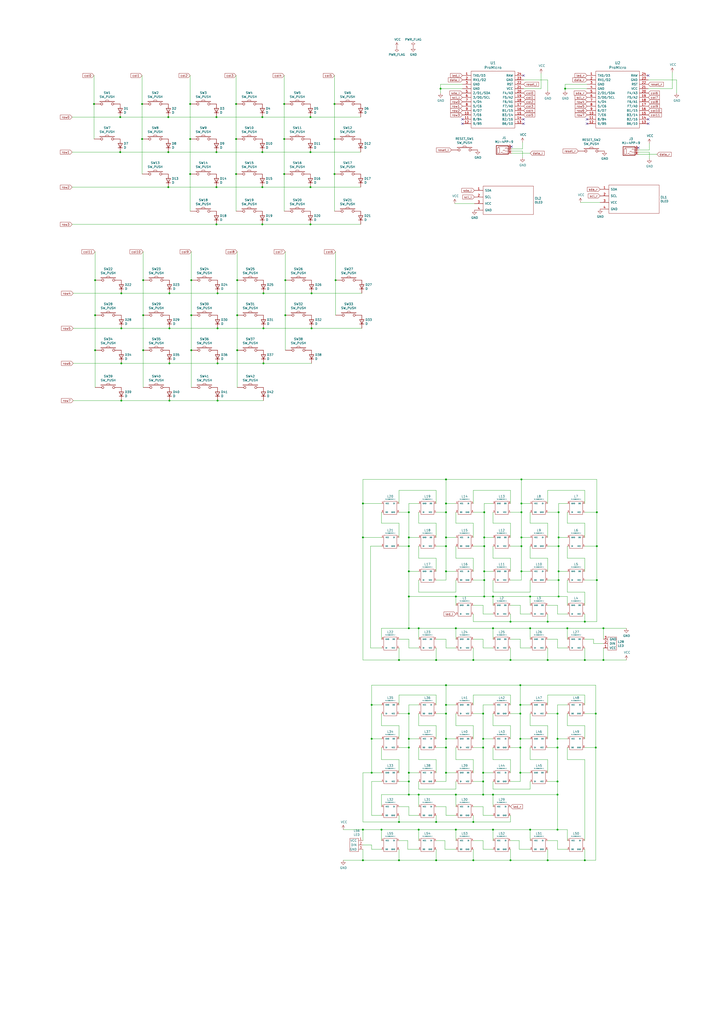
<source format=kicad_sch>
(kicad_sch (version 20211123) (generator eeschema)
  (paper "A2" portrait)
  (junction (at 194.31 80.645))
  (junction (at 70.485 190.5))
  (junction (at 281.305 336.55))
  (junction (at 98.425 232.41))
  (junction (at 302.895 297.18))
  (junction (at 97.79 88.265))
  (junction (at 280.67 433.705))
  (junction (at 243.205 461.01))
  (junction (at 237.49 364.49))
  (junction (at 286.385 461.01))
  (junction (at 237.49 297.18))
  (junction (at 259.08 331.47))
  (junction (at 259.08 408.94))
  (junction (at 180.34 108.585))
  (junction (at 281.305 331.47))
  (junction (at 346.075 433.705))
  (junction (at 339.725 360.68))
  (junction (at 324.485 331.47))
  (junction (at 137.795 203.2))
  (junction (at 259.08 311.785))
  (junction (at 274.955 382.905))
  (junction (at 70.485 170.18))
  (junction (at 55.245 203.2))
  (junction (at 296.545 360.68))
  (junction (at 281.305 311.785))
  (junction (at 253.365 476.885))
  (junction (at 231.775 476.885))
  (junction (at 237.49 448.31))
  (junction (at 280.67 461.01))
  (junction (at 280.67 453.39))
  (junction (at 237.49 414.02))
  (junction (at 215.9 448.31))
  (junction (at 259.08 292.1))
  (junction (at 165.1 100.965))
  (junction (at 152.4 108.585))
  (junction (at 302.895 316.865))
  (junction (at 97.79 67.945))
  (junction (at 350.52 382.905))
  (junction (at 125.73 67.945))
  (junction (at 274.955 499.11))
  (junction (at 296.545 382.905))
  (junction (at 153.035 170.18))
  (junction (at 296.545 499.11))
  (junction (at 97.79 108.585))
  (junction (at 70.485 210.82))
  (junction (at 318.135 360.68))
  (junction (at 83.185 162.56))
  (junction (at 152.4 88.265))
  (junction (at 302.895 292.1))
  (junction (at 237.49 428.625))
  (junction (at 180.975 190.5))
  (junction (at 70.485 232.41))
  (junction (at 111.125 182.88))
  (junction (at 152.4 130.175))
  (junction (at 137.16 60.325))
  (junction (at 274.955 476.885))
  (junction (at 180.34 130.175))
  (junction (at 82.55 60.325))
  (junction (at 83.185 203.2))
  (junction (at 302.895 278.13))
  (junction (at 126.365 190.5))
  (junction (at 302.895 331.47))
  (junction (at 55.245 182.88))
  (junction (at 346.71 316.865))
  (junction (at 237.49 346.075))
  (junction (at 255.905 51.435))
  (junction (at 125.73 108.585))
  (junction (at 318.135 499.11))
  (junction (at 328.295 51.435))
  (junction (at 165.1 80.645))
  (junction (at 83.185 182.88))
  (junction (at 264.795 461.01))
  (junction (at 137.16 100.965))
  (junction (at 324.485 311.785))
  (junction (at 98.425 170.18))
  (junction (at 69.85 88.265))
  (junction (at 280.67 448.31))
  (junction (at 237.49 331.47))
  (junction (at 126.365 170.18))
  (junction (at 137.795 162.56))
  (junction (at 152.4 67.945))
  (junction (at 259.08 316.865))
  (junction (at 194.31 100.965))
  (junction (at 165.735 182.88))
  (junction (at 307.975 364.49))
  (junction (at 324.485 297.18))
  (junction (at 125.73 130.175))
  (junction (at 111.125 162.56))
  (junction (at 231.775 382.905))
  (junction (at 210.82 311.785))
  (junction (at 281.305 346.075))
  (junction (at 264.795 346.075))
  (junction (at 323.85 433.705))
  (junction (at 237.49 453.39))
  (junction (at 324.485 316.865))
  (junction (at 110.49 80.645))
  (junction (at 346.71 297.18))
  (junction (at 302.895 311.785))
  (junction (at 210.82 481.33))
  (junction (at 210.82 499.11))
  (junction (at 126.365 232.41))
  (junction (at 153.035 210.82))
  (junction (at 264.795 481.33))
  (junction (at 259.08 278.13))
  (junction (at 323.85 428.625))
  (junction (at 307.975 481.33))
  (junction (at 329.565 364.49))
  (junction (at 307.975 346.075))
  (junction (at 153.035 190.5))
  (junction (at 215.9 428.625))
  (junction (at 346.075 414.02))
  (junction (at 98.425 210.82))
  (junction (at 346.71 336.55))
  (junction (at 194.945 162.56))
  (junction (at 98.425 190.5))
  (junction (at 110.49 100.965))
  (junction (at 55.245 162.56))
  (junction (at 237.49 461.01))
  (junction (at 324.485 346.075))
  (junction (at 243.205 481.33))
  (junction (at 286.385 346.075))
  (junction (at 323.85 414.02))
  (junction (at 323.85 453.39))
  (junction (at 259.08 428.625))
  (junction (at 281.305 297.18))
  (junction (at 302.26 448.31))
  (junction (at 281.305 316.865))
  (junction (at 54.61 60.325))
  (junction (at 259.08 297.18))
  (junction (at 286.385 481.33))
  (junction (at 110.49 60.325))
  (junction (at 339.725 382.905))
  (junction (at 253.365 382.905))
  (junction (at 137.795 182.88))
  (junction (at 302.26 428.625))
  (junction (at 180.975 170.18))
  (junction (at 126.365 210.82))
  (junction (at 259.08 433.705))
  (junction (at 259.08 448.31))
  (junction (at 302.26 414.02))
  (junction (at 243.205 364.49))
  (junction (at 237.49 433.705))
  (junction (at 253.365 499.11))
  (junction (at 318.135 382.905))
  (junction (at 286.385 364.49))
  (junction (at 324.485 336.55))
  (junction (at 302.26 433.705))
  (junction (at 165.1 60.325))
  (junction (at 231.775 499.11))
  (junction (at 323.85 481.33))
  (junction (at 215.9 408.94))
  (junction (at 111.125 203.2))
  (junction (at 302.26 397.51))
  (junction (at 237.49 311.785))
  (junction (at 180.34 88.265))
  (junction (at 264.795 364.49))
  (junction (at 323.85 461.01))
  (junction (at 180.34 67.945))
  (junction (at 259.08 414.02))
  (junction (at 194.31 60.325))
  (junction (at 350.52 364.49))
  (junction (at 302.26 408.94))
  (junction (at 69.85 67.945))
  (junction (at 259.08 397.51))
  (junction (at 339.725 499.11))
  (junction (at 237.49 316.865))
  (junction (at 125.73 88.265))
  (junction (at 221.615 481.33))
  (junction (at 280.67 428.625))
  (junction (at 280.67 414.02))
  (junction (at 82.55 80.645))
  (junction (at 165.735 162.56))
  (junction (at 210.82 292.1))
  (junction (at 137.16 80.645))
  (no_connect (at 304.165 71.755))
  (no_connect (at 268.605 69.215))
  (no_connect (at 268.605 71.755))
  (no_connect (at 304.165 69.215))
  (no_connect (at 340.995 71.755))
  (no_connect (at 376.555 69.215))
  (no_connect (at 376.555 71.755))
  (no_connect (at 370.84 85.725))
  (no_connect (at 340.995 69.215))
  (no_connect (at 304.165 43.815))
  (no_connect (at 376.555 43.815))
  (no_connect (at 297.18 85.09))
  (wire (pts (xy 253.365 421.005) (xy 253.365 428.625)))
  (wire (pts (xy 111.125 203.2) (xy 111.125 224.79)))
  (wire (pts (xy 210.185 190.5) (xy 180.975 190.5)))
  (wire (pts (xy 274.955 476.885) (xy 253.365 476.885)))
  (wire (pts (xy 318.135 408.94) (xy 318.135 403.225)))
  (wire (pts (xy 253.365 370.84) (xy 259.08 370.84)))
  (wire (pts (xy 324.485 297.18) (xy 324.485 311.785)))
  (wire (pts (xy 296.545 492.76) (xy 296.545 499.11)))
  (wire (pts (xy 215.9 448.31) (xy 221.615 448.31)))
  (wire (pts (xy 253.365 311.785) (xy 253.365 303.53)))
  (wire (pts (xy 153.035 170.18) (xy 126.365 170.18)))
  (wire (pts (xy 231.775 382.905) (xy 253.365 382.905)))
  (wire (pts (xy 280.67 492.76) (xy 280.67 487.68)))
  (wire (pts (xy 280.67 433.705) (xy 280.67 448.31)))
  (wire (pts (xy 274.955 303.53) (xy 274.955 311.785)))
  (wire (pts (xy 318.135 428.625) (xy 318.135 421.005)))
  (wire (pts (xy 328.295 48.895) (xy 328.295 51.435)))
  (wire (pts (xy 259.08 331.47) (xy 264.795 331.47)))
  (wire (pts (xy 318.135 448.31) (xy 318.135 440.69)))
  (wire (pts (xy 82.55 43.815) (xy 82.55 60.325)))
  (wire (pts (xy 337.185 117.475) (xy 348.615 117.475)))
  (wire (pts (xy 259.08 414.02) (xy 259.08 428.625)))
  (wire (pts (xy 302.26 453.39) (xy 302.26 448.31)))
  (wire (pts (xy 82.55 60.325) (xy 82.55 80.645)))
  (wire (pts (xy 215.9 397.51) (xy 215.9 408.94)))
  (wire (pts (xy 307.975 323.85) (xy 318.135 323.85)))
  (wire (pts (xy 237.49 316.865) (xy 237.49 331.47)))
  (wire (pts (xy 264.795 428.625) (xy 259.08 428.625)))
  (wire (pts (xy 296.545 297.18) (xy 302.895 297.18)))
  (wire (pts (xy 221.615 303.53) (xy 231.775 303.53)))
  (wire (pts (xy 210.82 448.31) (xy 215.9 448.31)))
  (wire (pts (xy 376.555 46.355) (xy 393.065 46.355)))
  (wire (pts (xy 329.565 440.69) (xy 339.725 440.69)))
  (wire (pts (xy 286.385 440.69) (xy 296.545 440.69)))
  (wire (pts (xy 259.08 375.92) (xy 264.795 375.92)))
  (wire (pts (xy 307.975 440.69) (xy 307.975 433.705)))
  (wire (pts (xy 377.19 88.265) (xy 377.19 92.075)))
  (wire (pts (xy 296.545 311.785) (xy 296.545 303.53)))
  (wire (pts (xy 243.205 440.69) (xy 253.365 440.69)))
  (wire (pts (xy 126.365 232.41) (xy 98.425 232.41)))
  (wire (pts (xy 126.365 210.82) (xy 98.425 210.82)))
  (wire (pts (xy 111.125 182.88) (xy 111.125 203.2)))
  (wire (pts (xy 274.955 284.48) (xy 274.955 292.1)))
  (wire (pts (xy 323.85 370.84) (xy 323.85 375.92)))
  (wire (pts (xy 323.85 375.92) (xy 329.565 375.92)))
  (wire (pts (xy 286.385 364.49) (xy 307.975 364.49)))
  (wire (pts (xy 346.71 360.68) (xy 339.725 360.68)))
  (wire (pts (xy 98.425 170.18) (xy 70.485 170.18)))
  (wire (pts (xy 393.065 46.355) (xy 393.065 53.975)))
  (wire (pts (xy 301.625 492.76) (xy 301.625 487.68)))
  (wire (pts (xy 329.565 492.76) (xy 323.85 492.76)))
  (wire (pts (xy 259.08 316.865) (xy 259.08 331.47)))
  (wire (pts (xy 253.365 492.76) (xy 253.365 499.11)))
  (wire (pts (xy 286.385 414.02) (xy 286.385 421.005)))
  (wire (pts (xy 274.955 453.39) (xy 280.67 453.39)))
  (wire (pts (xy 258.445 492.76) (xy 258.445 487.68)))
  (wire (pts (xy 221.615 481.33) (xy 243.205 481.33)))
  (wire (pts (xy 259.08 370.84) (xy 259.08 375.92)))
  (wire (pts (xy 221.615 364.49) (xy 237.49 364.49)))
  (wire (pts (xy 286.385 473.075) (xy 280.67 473.075)))
  (wire (pts (xy 259.08 336.55) (xy 259.08 331.47)))
  (wire (pts (xy 231.775 499.11) (xy 253.365 499.11)))
  (wire (pts (xy 318.135 336.55) (xy 324.485 336.55)))
  (wire (pts (xy 302.895 316.865) (xy 302.895 311.785)))
  (wire (pts (xy 236.855 487.68) (xy 231.775 487.68)))
  (wire (pts (xy 318.135 284.48) (xy 318.135 292.1)))
  (wire (pts (xy 304.165 51.435) (xy 314.325 51.435)))
  (wire (pts (xy 243.205 473.075) (xy 237.49 473.075)))
  (wire (pts (xy 329.565 346.075) (xy 329.565 351.155)))
  (wire (pts (xy 215.265 375.92) (xy 221.615 375.92)))
  (wire (pts (xy 231.775 421.005) (xy 221.615 421.005)))
  (wire (pts (xy 329.565 364.49) (xy 350.52 364.49)))
  (wire (pts (xy 264.795 461.01) (xy 280.67 461.01)))
  (wire (pts (xy 231.775 403.225) (xy 253.365 403.225)))
  (wire (pts (xy 307.975 487.68) (xy 307.975 481.33)))
  (wire (pts (xy 231.775 284.48) (xy 231.775 292.1)))
  (wire (pts (xy 243.205 453.39) (xy 243.205 457.835)))
  (wire (pts (xy 280.67 356.235) (xy 286.385 356.235)))
  (wire (pts (xy 110.49 100.965) (xy 110.49 122.555)))
  (wire (pts (xy 70.485 190.5) (xy 42.545 190.5)))
  (wire (pts (xy 231.775 375.92) (xy 231.775 382.905)))
  (wire (pts (xy 264.795 448.31) (xy 259.08 448.31)))
  (wire (pts (xy 215.9 428.625) (xy 215.9 448.31)))
  (wire (pts (xy 221.615 453.39) (xy 215.9 453.39)))
  (wire (pts (xy 194.945 146.05) (xy 194.945 162.56)))
  (wire (pts (xy 243.205 408.94) (xy 237.49 408.94)))
  (wire (pts (xy 302.26 428.625) (xy 302.26 433.705)))
  (wire (pts (xy 237.49 292.1) (xy 243.205 292.1)))
  (wire (pts (xy 264.795 457.835) (xy 264.795 453.39)))
  (wire (pts (xy 346.71 297.18) (xy 346.71 316.865)))
  (wire (pts (xy 296.545 356.235) (xy 296.545 360.68)))
  (wire (pts (xy 243.205 428.625) (xy 237.49 428.625)))
  (wire (pts (xy 339.725 375.92) (xy 339.725 382.905)))
  (wire (pts (xy 323.85 487.68) (xy 318.135 487.68)))
  (wire (pts (xy 296.545 370.84) (xy 302.26 370.84)))
  (wire (pts (xy 274.955 408.94) (xy 274.955 403.225)))
  (wire (pts (xy 296.545 303.53) (xy 286.385 303.53)))
  (wire (pts (xy 346.075 414.02) (xy 346.075 397.51)))
  (wire (pts (xy 307.975 336.55) (xy 307.975 343.535)))
  (wire (pts (xy 137.16 80.645) (xy 137.16 100.965)))
  (wire (pts (xy 55.245 203.2) (xy 55.245 224.79)))
  (wire (pts (xy 376.555 51.435) (xy 390.525 51.435)))
  (wire (pts (xy 125.73 130.175) (xy 41.91 130.175)))
  (wire (pts (xy 329.565 433.705) (xy 329.565 440.69)))
  (wire (pts (xy 318.135 421.005) (xy 307.975 421.005)))
  (wire (pts (xy 280.67 461.01) (xy 286.385 461.01)))
  (wire (pts (xy 296.545 421.005) (xy 296.545 428.625)))
  (wire (pts (xy 209.55 130.175) (xy 180.34 130.175)))
  (wire (pts (xy 194.31 43.815) (xy 194.31 60.325)))
  (wire (pts (xy 83.185 146.05) (xy 83.185 162.56)))
  (wire (pts (xy 286.385 421.005) (xy 296.545 421.005)))
  (wire (pts (xy 323.85 453.39) (xy 323.85 461.01)))
  (wire (pts (xy 339.725 303.53) (xy 329.565 303.53)))
  (wire (pts (xy 42.545 232.41) (xy 70.485 232.41)))
  (wire (pts (xy 259.08 453.39) (xy 259.08 448.31)))
  (wire (pts (xy 280.67 473.075) (xy 280.67 467.995)))
  (wire (pts (xy 339.725 323.85) (xy 329.565 323.85)))
  (wire (pts (xy 215.9 490.22) (xy 210.82 490.22)))
  (wire (pts (xy 339.725 382.905) (xy 350.52 382.905)))
  (wire (pts (xy 253.365 303.53) (xy 243.205 303.53)))
  (wire (pts (xy 350.52 364.49) (xy 363.855 364.49)))
  (wire (pts (xy 243.205 370.84) (xy 243.205 364.49)))
  (wire (pts (xy 253.365 403.225) (xy 253.365 408.94)))
  (wire (pts (xy 137.795 182.88) (xy 137.795 203.2)))
  (wire (pts (xy 304.165 46.355) (xy 318.135 46.355)))
  (wire (pts (xy 307.975 408.94) (xy 302.26 408.94)))
  (wire (pts (xy 274.955 316.865) (xy 281.305 316.865)))
  (wire (pts (xy 274.955 382.905) (xy 296.545 382.905)))
  (wire (pts (xy 55.245 146.05) (xy 55.245 162.56)))
  (wire (pts (xy 281.305 292.1) (xy 281.305 297.18)))
  (wire (pts (xy 264.795 297.18) (xy 264.795 303.53)))
  (wire (pts (xy 318.135 453.39) (xy 323.85 453.39)))
  (wire (pts (xy 339.725 370.84) (xy 344.805 370.84)))
  (wire (pts (xy 339.725 343.535) (xy 329.565 343.535)))
  (wire (pts (xy 243.205 457.835) (xy 264.795 457.835)))
  (wire (pts (xy 296.545 476.885) (xy 274.955 476.885)))
  (wire (pts (xy 243.205 481.33) (xy 264.795 481.33)))
  (wire (pts (xy 259.08 292.1) (xy 259.08 278.13)))
  (wire (pts (xy 281.305 311.785) (xy 281.305 316.865)))
  (wire (pts (xy 253.365 473.075) (xy 253.365 476.885)))
  (wire (pts (xy 318.135 440.69) (xy 307.975 440.69)))
  (wire (pts (xy 253.365 284.48) (xy 231.775 284.48)))
  (wire (pts (xy 339.725 492.76) (xy 339.725 499.11)))
  (wire (pts (xy 350.52 364.49) (xy 350.52 370.84)))
  (wire (pts (xy 302.26 397.51) (xy 259.08 397.51)))
  (wire (pts (xy 165.1 100.965) (xy 165.1 122.555)))
  (wire (pts (xy 339.725 351.155) (xy 339.725 343.535)))
  (wire (pts (xy 318.135 370.84) (xy 323.85 370.84)))
  (wire (pts (xy 286.385 453.39) (xy 286.385 457.835)))
  (wire (pts (xy 296.545 351.155) (xy 302.26 351.155)))
  (wire (pts (xy 210.82 481.33) (xy 210.82 487.68)))
  (wire (pts (xy 296.545 403.225) (xy 296.545 408.94)))
  (wire (pts (xy 318.135 382.905) (xy 339.725 382.905)))
  (wire (pts (xy 274.955 336.55) (xy 281.305 336.55)))
  (wire (pts (xy 296.545 323.85) (xy 286.385 323.85)))
  (wire (pts (xy 340.995 48.895) (xy 328.295 48.895)))
  (wire (pts (xy 180.975 190.5) (xy 153.035 190.5)))
  (wire (pts (xy 98.425 210.82) (xy 70.485 210.82)))
  (wire (pts (xy 253.365 476.885) (xy 231.775 476.885)))
  (wire (pts (xy 264.795 481.33) (xy 286.385 481.33)))
  (wire (pts (xy 243.205 414.02) (xy 243.205 421.005)))
  (wire (pts (xy 199.39 499.11) (xy 210.82 499.11)))
  (wire (pts (xy 307.975 421.005) (xy 307.975 414.02)))
  (wire (pts (xy 297.18 88.9) (xy 307.975 88.9)))
  (wire (pts (xy 307.975 331.47) (xy 302.895 331.47)))
  (wire (pts (xy 264.795 336.55) (xy 264.795 343.535)))
  (wire (pts (xy 98.425 190.5) (xy 70.485 190.5)))
  (wire (pts (xy 259.08 292.1) (xy 264.795 292.1)))
  (wire (pts (xy 318.135 360.68) (xy 339.725 360.68)))
  (wire (pts (xy 221.615 421.005) (xy 221.615 414.02)))
  (wire (pts (xy 346.71 278.13) (xy 302.895 278.13)))
  (wire (pts (xy 259.08 397.51) (xy 215.9 397.51)))
  (wire (pts (xy 55.245 182.88) (xy 55.245 203.2)))
  (wire (pts (xy 152.4 67.945) (xy 125.73 67.945)))
  (wire (pts (xy 243.205 448.31) (xy 237.49 448.31)))
  (wire (pts (xy 180.34 88.265) (xy 152.4 88.265)))
  (wire (pts (xy 302.26 414.02) (xy 302.26 428.625)))
  (wire (pts (xy 318.135 297.18) (xy 324.485 297.18)))
  (wire (pts (xy 221.615 440.69) (xy 221.615 433.705)))
  (wire (pts (xy 281.305 336.55) (xy 281.305 346.075)))
  (wire (pts (xy 221.615 292.1) (xy 210.82 292.1)))
  (wire (pts (xy 231.775 428.625) (xy 231.775 421.005)))
  (wire (pts (xy 97.79 88.265) (xy 69.85 88.265)))
  (wire (pts (xy 323.85 492.76) (xy 323.85 487.68)))
  (wire (pts (xy 307.975 457.835) (xy 307.975 453.39)))
  (wire (pts (xy 259.08 311.785) (xy 259.08 316.865)))
  (wire (pts (xy 323.85 461.01) (xy 323.85 481.33)))
  (wire (pts (xy 259.08 473.075) (xy 259.08 467.995)))
  (wire (pts (xy 274.955 414.02) (xy 280.67 414.02)))
  (wire (pts (xy 237.49 331.47) (xy 237.49 346.075)))
  (wire (pts (xy 280.67 408.94) (xy 280.67 414.02)))
  (wire (pts (xy 339.725 414.02) (xy 346.075 414.02)))
  (wire (pts (xy 307.975 428.625) (xy 302.26 428.625)))
  (wire (pts (xy 264.795 467.995) (xy 264.795 461.01)))
  (wire (pts (xy 54.61 60.325) (xy 54.61 80.645)))
  (wire (pts (xy 296.545 440.69) (xy 296.545 448.31)))
  (wire (pts (xy 264.795 473.075) (xy 259.08 473.075)))
  (wire (pts (xy 264.795 487.68) (xy 264.795 481.33)))
  (wire (pts (xy 111.125 146.05) (xy 111.125 162.56)))
  (wire (pts (xy 296.545 292.1) (xy 296.545 284.48)))
  (wire (pts (xy 274.955 370.84) (xy 280.67 370.84)))
  (wire (pts (xy 264.795 408.94) (xy 259.08 408.94)))
  (wire (pts (xy 302.26 408.94) (xy 302.26 414.02)))
  (wire (pts (xy 328.295 51.435) (xy 328.295 52.705)))
  (wire (pts (xy 264.795 440.69) (xy 264.795 433.705)))
  (wire (pts (xy 237.49 408.94) (xy 237.49 414.02)))
  (wire (pts (xy 237.49 453.39) (xy 237.49 461.01)))
  (wire (pts (xy 350.52 382.905) (xy 350.52 375.92)))
  (wire (pts (xy 296.545 473.075) (xy 296.545 476.885)))
  (wire (pts (xy 329.565 421.005) (xy 339.725 421.005)))
  (wire (pts (xy 346.075 397.51) (xy 302.26 397.51)))
  (wire (pts (xy 344.805 370.84) (xy 344.805 373.38)))
  (wire (pts (xy 318.135 351.155) (xy 323.85 351.155)))
  (wire (pts (xy 69.85 67.945) (xy 41.91 67.945)))
  (wire (pts (xy 231.775 433.705) (xy 237.49 433.705)))
  (wire (pts (xy 302.26 397.51) (xy 302.26 408.94)))
  (wire (pts (xy 125.73 67.945) (xy 97.79 67.945)))
  (wire (pts (xy 296.545 414.02) (xy 302.26 414.02)))
  (wire (pts (xy 264.795 351.155) (xy 264.795 346.075)))
  (wire (pts (xy 339.725 316.865) (xy 346.71 316.865)))
  (wire (pts (xy 346.075 433.705) (xy 346.075 499.11)))
  (wire (pts (xy 194.31 100.965) (xy 194.31 122.555)))
  (wire (pts (xy 236.855 492.76) (xy 236.855 487.68)))
  (wire (pts (xy 302.895 278.13) (xy 259.08 278.13)))
  (wire (pts (xy 329.565 343.535) (xy 329.565 336.55)))
  (wire (pts (xy 329.565 303.53) (xy 329.565 297.18)))
  (wire (pts (xy 69.85 88.265) (xy 41.91 88.265)))
  (wire (pts (xy 231.775 492.76) (xy 231.775 499.11)))
  (wire (pts (xy 274.955 492.76) (xy 274.955 499.11)))
  (wire (pts (xy 237.49 311.785) (xy 237.49 316.865)))
  (wire (pts (xy 221.615 467.995) (xy 221.615 461.01)))
  (wire (pts (xy 264.795 303.53) (xy 274.955 303.53)))
  (wire (pts (xy 274.955 440.69) (xy 264.795 440.69)))
  (wire (pts (xy 221.615 461.01) (xy 237.49 461.01)))
  (wire (pts (xy 237.49 448.31) (xy 237.49 453.39)))
  (wire (pts (xy 231.775 473.075) (xy 231.775 476.885)))
  (wire (pts (xy 237.49 370.84) (xy 237.49 375.92)))
  (wire (pts (xy 259.08 448.31) (xy 259.08 433.705)))
  (wire (pts (xy 210.82 311.785) (xy 210.82 382.905)))
  (wire (pts (xy 125.73 108.585) (xy 97.79 108.585)))
  (wire (pts (xy 346.71 297.18) (xy 346.71 278.13)))
  (wire (pts (xy 307.975 292.1) (xy 302.895 292.1)))
  (wire (pts (xy 296.545 499.11) (xy 318.135 499.11)))
  (wire (pts (xy 243.205 311.785) (xy 237.49 311.785)))
  (wire (pts (xy 302.26 433.705) (xy 302.26 448.31)))
  (wire (pts (xy 280.67 453.39) (xy 280.67 461.01)))
  (wire (pts (xy 318.135 303.53) (xy 318.135 311.785)))
  (wire (pts (xy 323.85 351.155) (xy 323.85 356.235)))
  (wire (pts (xy 210.82 476.885) (xy 210.82 448.31)))
  (wire (pts (xy 152.4 88.265) (xy 125.73 88.265)))
  (wire (pts (xy 264.795 364.49) (xy 286.385 364.49)))
  (wire (pts (xy 274.955 323.85) (xy 274.955 331.47)))
  (wire (pts (xy 324.485 292.1) (xy 324.485 297.18)))
  (wire (pts (xy 264.795 316.865) (xy 264.795 323.85)))
  (wire (pts (xy 286.385 343.535) (xy 286.385 336.55)))
  (wire (pts (xy 329.565 370.84) (xy 329.565 364.49)))
  (wire (pts (xy 243.205 461.01) (xy 264.795 461.01)))
  (wire (pts (xy 137.16 100.965) (xy 137.16 122.555)))
  (wire (pts (xy 323.85 428.625) (xy 323.85 433.705)))
  (wire (pts (xy 377.19 83.185) (xy 377.19 86.995)))
  (wire (pts (xy 370.84 88.265) (xy 377.19 88.265)))
  (wire (pts (xy 165.735 182.88) (xy 165.735 203.2)))
  (wire (pts (xy 323.85 414.02) (xy 323.85 408.94)))
  (wire (pts (xy 215.9 473.075) (xy 221.615 473.075)))
  (wire (pts (xy 221.615 428.625) (xy 215.9 428.625)))
  (wire (pts (xy 83.185 182.88) (xy 83.185 203.2)))
  (wire (pts (xy 318.135 323.85) (xy 318.135 331.47)))
  (wire (pts (xy 390.525 51.435) (xy 390.525 41.91)))
  (wire (pts (xy 110.49 80.645) (xy 110.49 100.965)))
  (wire (pts (xy 231.775 370.84) (xy 237.49 370.84)))
  (wire (pts (xy 237.49 428.625) (xy 237.49 433.705)))
  (wire (pts (xy 264.795 343.535) (xy 243.205 343.535)))
  (wire (pts (xy 259.08 278.13) (xy 210.82 278.13)))
  (wire (pts (xy 231.775 297.18) (xy 237.49 297.18)))
  (wire (pts (xy 339.725 440.69) (xy 339.725 487.68)))
  (wire (pts (xy 318.135 499.11) (xy 339.725 499.11)))
  (wire (pts (xy 165.735 146.05) (xy 165.735 162.56)))
  (wire (pts (xy 274.955 356.235) (xy 274.955 360.68)))
  (wire (pts (xy 264.795 323.85) (xy 274.955 323.85)))
  (wire (pts (xy 280.67 453.39) (xy 280.67 448.31)))
  (wire (pts (xy 253.365 382.905) (xy 274.955 382.905)))
  (wire (pts (xy 194.945 162.56) (xy 194.945 182.88)))
  (wire (pts (xy 302.26 370.84) (xy 302.26 375.92)))
  (wire (pts (xy 126.365 170.18) (xy 98.425 170.18)))
  (wire (pts (xy 339.725 284.48) (xy 318.135 284.48)))
  (wire (pts (xy 180.34 67.945) (xy 152.4 67.945)))
  (wire (pts (xy 253.365 336.55) (xy 259.08 336.55)))
  (wire (pts (xy 153.035 190.5) (xy 126.365 190.5)))
  (wire (pts (xy 274.955 375.92) (xy 274.955 382.905)))
  (wire (pts (xy 259.08 467.995) (xy 253.365 467.995)))
  (wire (pts (xy 324.485 336.55) (xy 324.485 346.075)))
  (wire (pts (xy 346.71 316.865) (xy 346.71 336.55)))
  (wire (pts (xy 280.67 448.31) (xy 286.385 448.31)))
  (wire (pts (xy 83.185 162.56) (xy 83.185 182.88)))
  (wire (pts (xy 339.725 499.11) (xy 346.075 499.11)))
  (wire (pts (xy 307.975 303.53) (xy 318.135 303.53)))
  (wire (pts (xy 231.775 316.865) (xy 237.49 316.865)))
  (wire (pts (xy 237.49 467.995) (xy 231.775 467.995)))
  (wire (pts (xy 281.305 331.47) (xy 281.305 336.55)))
  (wire (pts (xy 253.365 453.39) (xy 259.08 453.39)))
  (wire (pts (xy 215.9 453.39) (xy 215.9 473.075)))
  (wire (pts (xy 318.135 492.76) (xy 318.135 499.11)))
  (wire (pts (xy 259.08 311.785) (xy 259.08 297.18)))
  (wire (pts (xy 231.775 440.69) (xy 221.615 440.69)))
  (wire (pts (xy 243.205 323.85) (xy 243.205 316.865)))
  (wire (pts (xy 110.49 60.325) (xy 110.49 80.645)))
  (wire (pts (xy 314.325 42.545) (xy 314.325 51.435)))
  (wire (pts (xy 339.725 297.18) (xy 346.71 297.18)))
  (wire (pts (xy 280.67 370.84) (xy 280.67 375.92)))
  (wire (pts (xy 286.385 303.53) (xy 286.385 297.18)))
  (wire (pts (xy 324.485 316.865) (xy 324.485 311.785)))
  (wire (pts (xy 340.995 51.435) (xy 328.295 51.435)))
  (wire (pts (xy 324.485 331.47) (xy 324.485 316.865)))
  (wire (pts (xy 110.49 43.815) (xy 110.49 60.325)))
  (wire (pts (xy 307.975 370.84) (xy 307.975 364.49)))
  (wire (pts (xy 165.1 43.815) (xy 165.1 60.325)))
  (wire (pts (xy 255.905 51.435) (xy 255.905 53.975)))
  (wire (pts (xy 210.185 170.18) (xy 180.975 170.18)))
  (wire (pts (xy 302.895 331.47) (xy 302.895 336.55)))
  (wire (pts (xy 274.955 360.68) (xy 296.545 360.68)))
  (wire (pts (xy 286.385 351.155) (xy 286.385 346.075)))
  (wire (pts (xy 280.67 414.02) (xy 280.67 428.625)))
  (wire (pts (xy 339.725 292.1) (xy 339.725 284.48)))
  (wire (pts (xy 286.385 461.01) (xy 323.85 461.01)))
  (wire (pts (xy 255.905 48.895) (xy 255.905 51.435)))
  (wire (pts (xy 329.565 487.68) (xy 329.565 481.33)))
  (wire (pts (xy 302.895 336.55) (xy 296.545 336.55)))
  (wire (pts (xy 259.08 408.94) (xy 259.08 414.02)))
  (wire (pts (xy 339.725 403.225) (xy 339.725 408.94)))
  (wire (pts (xy 280.67 487.68) (xy 274.955 487.68)))
  (wire (pts (xy 264.795 492.76) (xy 258.445 492.76)))
  (wire (pts (xy 323.85 356.235) (xy 329.565 356.235)))
  (wire (pts (xy 54.61 43.815) (xy 54.61 60.325)))
  (wire (pts (xy 307.975 448.31) (xy 302.26 448.31)))
  (wire (pts (xy 301.625 487.68) (xy 296.545 487.68)))
  (wire (pts (xy 153.035 232.41) (xy 126.365 232.41)))
  (wire (pts (xy 137.16 43.815) (xy 137.16 60.325)))
  (wire (pts (xy 180.34 130.175) (xy 152.4 130.175)))
  (wire (pts (xy 274.955 448.31) (xy 274.955 440.69)))
  (wire (pts (xy 137.795 203.2) (xy 137.795 224.79)))
  (wire (pts (xy 307.975 297.18) (xy 307.975 303.53)))
  (wire (pts (xy 307.975 492.76) (xy 301.625 492.76)))
  (wire (pts (xy 370.84 89.535) (xy 381.635 89.535)))
  (wire (pts (xy 307.975 316.865) (xy 307.975 323.85)))
  (wire (pts (xy 237.49 346.075) (xy 237.49 364.49)))
  (wire (pts (xy 377.19 86.995) (xy 370.84 86.995)))
  (wire (pts (xy 243.205 364.49) (xy 264.795 364.49)))
  (wire (pts (xy 243.205 343.535) (xy 243.205 336.55)))
  (wire (pts (xy 210.82 499.11) (xy 231.775 499.11)))
  (wire (pts (xy 253.365 331.47) (xy 253.365 323.85)))
  (wire (pts (xy 231.775 408.94) (xy 231.775 403.225)))
  (wire (pts (xy 258.445 487.68) (xy 253.365 487.68)))
  (wire (pts (xy 210.82 278.13) (xy 210.82 292.1)))
  (wire (pts (xy 286.385 346.075) (xy 307.975 346.075)))
  (wire (pts (xy 152.4 130.175) (xy 125.73 130.175)))
  (wire (pts (xy 297.18 87.63) (xy 303.53 87.63)))
  (wire (pts (xy 302.895 311.785) (xy 302.895 297.18)))
  (wire (pts (xy 259.08 397.51) (xy 259.08 408.94)))
  (wire (pts (xy 323.85 414.02) (xy 323.85 428.625)))
  (wire (pts (xy 307.975 343.535) (xy 286.385 343.535)))
  (wire (pts (xy 339.725 360.68) (xy 339.725 356.235)))
  (wire (pts (xy 165.1 80.645) (xy 165.1 100.965)))
  (wire (pts (xy 210.82 292.1) (xy 210.82 311.785)))
  (wire (pts (xy 153.035 210.82) (xy 126.365 210.82)))
  (wire (pts (xy 324.485 331.47) (xy 324.485 336.55)))
  (wire (pts (xy 231.775 303.53) (xy 231.775 311.785)))
  (wire (pts (xy 237.49 461.01) (xy 243.205 461.01)))
  (wire (pts (xy 274.955 428.625) (xy 274.955 421.005)))
  (wire (pts (xy 296.545 433.705) (xy 302.26 433.705)))
  (wire (pts (xy 237.49 453.39) (xy 231.775 453.39)))
  (wire (pts (xy 237.49 297.18) (xy 237.49 292.1)))
  (wire (pts (xy 194.31 60.325) (xy 194.31 80.645)))
  (wire (pts (xy 281.305 316.865) (xy 281.305 331.47)))
  (wire (pts (xy 339.725 433.705) (xy 346.075 433.705)))
  (wire (pts (xy 329.565 428.625) (xy 323.85 428.625)))
  (wire (pts (xy 194.31 80.645) (xy 194.31 100.965)))
  (wire (pts (xy 329.565 414.02) (xy 329.565 421.005)))
  (wire (pts (xy 209.55 67.945) (xy 180.34 67.945)))
  (wire (pts (xy 296.545 382.905) (xy 318.135 382.905)))
  (wire (pts (xy 180.975 170.18) (xy 153.035 170.18)))
  (wire (pts (xy 253.365 375.92) (xy 253.365 382.905)))
  (wire (pts (xy 318.135 46.355) (xy 318.135 52.705)))
  (wire (pts (xy 280.67 351.155) (xy 280.67 356.235)))
  (wire (pts (xy 286.385 487.68) (xy 286.385 481.33)))
  (wire (pts (xy 221.615 316.865) (xy 215.265 316.865)))
  (wire (pts (xy 264.795 346.075) (xy 281.305 346.075)))
  (wire (pts (xy 323.85 408.94) (xy 329.565 408.94)))
  (wire (pts (xy 346.075 414.02) (xy 346.075 433.705)))
  (wire (pts (xy 268.605 48.895) (xy 255.905 48.895)))
  (wire (pts (xy 125.73 88.265) (xy 97.79 88.265)))
  (wire (pts (xy 286.385 292.1) (xy 281.305 292.1)))
  (wire (pts (xy 274.955 421.005) (xy 264.795 421.005)))
  (wire (pts (xy 339.725 336.55) (xy 346.71 336.55)))
  (wire (pts (xy 318.135 375.92) (xy 318.135 382.905)))
  (wire (pts (xy 302.895 311.785) (xy 307.975 311.785)))
  (wire (pts (xy 253.365 414.02) (xy 259.08 414.02)))
  (wire (pts (xy 243.205 487.68) (xy 243.205 481.33)))
  (wire (pts (xy 259.08 311.785) (xy 264.795 311.785)))
  (wire (pts (xy 303.53 87.63) (xy 303.53 91.44)))
  (wire (pts (xy 286.385 457.835) (xy 307.975 457.835)))
  (wire (pts (xy 70.485 210.82) (xy 42.545 210.82)))
  (wire (pts (xy 137.16 60.325) (xy 137.16 80.645)))
  (wire (pts (xy 55.245 162.56) (xy 55.245 182.88)))
  (wire (pts (xy 274.955 499.11) (xy 296.545 499.11)))
  (wire (pts (xy 280.67 375.92) (xy 286.385 375.92)))
  (wire (pts (xy 253.365 440.69) (xy 253.365 448.31)))
  (wire (pts (xy 97.79 67.945) (xy 69.85 67.945)))
  (wire (pts (xy 302.26 356.235) (xy 307.975 356.235)))
  (wire (pts (xy 180.975 210.82) (xy 153.035 210.82)))
  (wire (pts (xy 82.55 80.645) (xy 82.55 100.965)))
  (wire (pts (xy 302.895 297.18) (xy 302.895 292.1)))
  (wire (pts (xy 307.975 364.49) (xy 329.565 364.49)))
  (wire (pts (xy 296.545 316.865) (xy 302.895 316.865)))
  (wire (pts (xy 339.725 331.47) (xy 339.725 323.85)))
  (wire (pts (xy 286.385 433.705) (xy 286.385 440.69)))
  (wire (pts (xy 152.4 108.585) (xy 125.73 108.585)))
  (wire (pts (xy 339.725 311.785) (xy 339.725 303.53)))
  (wire (pts (xy 210.82 382.905) (xy 231.775 382.905)))
  (wire (pts (xy 243.205 433.705) (xy 243.205 440.69)))
  (wire (pts (xy 302.26 351.155) (xy 302.26 356.235)))
  (wire (pts (xy 221.615 297.18) (xy 221.615 303.53)))
  (wire (pts (xy 286.385 311.785) (xy 281.305 311.785)))
  (wire (pts (xy 253.365 499.11) (xy 274.955 499.11)))
  (wire (pts (xy 253.365 433.705) (xy 259.08 433.705)))
  (wire (pts (xy 137.795 162.56) (xy 137.795 182.88)))
  (wire (pts (xy 286.385 370.84) (xy 286.385 364.49)))
  (wire (pts (xy 344.805 373.38) (xy 350.52 373.38)))
  (wire (pts (xy 296.545 375.92) (xy 296.545 382.905)))
  (wire (pts (xy 286.385 492.76) (xy 280.67 492.76)))
  (wire (pts (xy 253.365 316.865) (xy 259.08 316.865)))
  (wire (pts (xy 98.425 232.41) (xy 70.485 232.41)))
  (wire (pts (xy 296.545 453.39) (xy 302.26 453.39)))
  (wire (pts (xy 318.135 403.225) (xy 339.725 403.225)))
  (wire (pts (xy 286.385 408.94) (xy 280.67 408.94)))
  (wire (pts (xy 363.855 382.905) (xy 350.52 382.905)))
  (wire (pts (xy 303.53 86.36) (xy 297.18 86.36)))
  (wire (pts (xy 215.9 492.76) (xy 215.9 490.22)))
  (wire (pts (xy 180.34 108.585) (xy 152.4 108.585)))
  (wire (pts (xy 210.82 492.76) (xy 210.82 499.11)))
  (wire (pts (xy 83.185 203.2) (xy 83.185 224.79)))
  (wire (pts (xy 318.135 356.235) (xy 318.135 360.68)))
  (wire (pts (xy 318.135 414.02) (xy 323.85 414.02)))
  (wire (pts (xy 243.205 467.995) (xy 243.205 461.01)))
  (wire (pts (xy 231.775 448.31) (xy 231.775 440.69)))
  (wire (pts (xy 302.26 375.92) (xy 307.975 375.92)))
  (wire (pts (xy 324.485 311.785) (xy 329.565 311.785)))
  (wire (pts (xy 274.955 351.155) (xy 280.67 351.155)))
  (wire (pts (xy 221.615 370.84) (xy 221.615 364.49)))
  (wire (pts (xy 237.49 375.92) (xy 243.205 375.92)))
  (wire (pts (xy 243.205 421.005) (xy 253.365 421.005)))
  (wire (pts (xy 324.485 346.075) (xy 329.565 346.075)))
  (wire (pts (xy 237.49 414.02) (xy 237.49 428.625)))
  (wire (pts (xy 318.135 433.705) (xy 323.85 433.705)))
  (wire (pts (xy 296.545 331.47) (xy 296.545 323.85)))
  (wire (pts (xy 307.975 346.075) (xy 324.485 346.075)))
  (wire (pts (xy 323.85 481.33) (xy 329.565 481.33)))
  (wire (pts (xy 221.615 311.785) (xy 210.82 311.785)))
  (wire (pts (xy 243.205 492.76) (xy 236.855 492.76)))
  (wire (pts (xy 165.735 162.56) (xy 165.735 182.88)))
  (wire (pts (xy 286.385 481.33) (xy 307.975 481.33)))
  (wire (pts (xy 209.55 88.265) (xy 180.34 88.265)))
  (wire (pts (xy 253.365 297.18) (xy 259.08 297.18)))
  (wire (pts (xy 243.205 303.53) (xy 243.205 297.18)))
  (wire (pts (xy 296.545 360.68) (xy 318.135 360.68)))
  (wire (pts (xy 237.49 473.075) (xy 237.49 467.995)))
  (wire (pts (xy 281.305 297.18) (xy 274.955 297.18)))
  (wire (pts (xy 329.565 292.1) (xy 324.485 292.1)))
  (wire (pts (xy 318.135 316.865) (xy 324.485 316.865)))
  (wire (pts (xy 126.365 190.5) (xy 98.425 190.5)))
  (wire (pts (xy 307.975 351.155) (xy 307.975 346.075)))
  (wire (pts (xy 280.67 467.995) (xy 274.955 467.995)))
  (wire (pts (xy 329.565 331.47) (xy 324.485 331.47)))
  (wire (pts (xy 303.53 82.55) (xy 303.53 86.36)))
  (wire (pts (xy 210.82 481.33) (xy 199.39 481.33)))
  (wire (pts (xy 264.16 118.11) (xy 275.59 118.11)))
  (wire (pts (xy 302.895 316.865) (xy 302.895 331.47)))
  (wire (pts (xy 281.305 346.075) (xy 286.385 346.075)))
  (wire (pts (xy 97.79 108.585) (xy 41.91 108.585)))
  (wire (pts (xy 111.125 162.56) (xy 111.125 182.88)))
  (wire (pts (xy 268.605 51.435) (xy 255.905 51.435)))
  (wire (pts (xy 296.545 284.48) (xy 274.955 284.48)))
  (wire (pts (xy 237.49 364.49) (xy 243.205 364.49)))
  (wire (pts (xy 231.775 476.885) (xy 210.82 476.885)))
  (wire (pts (xy 209.55 108.585) (xy 180.34 108.585)))
  (wire (pts (xy 274.955 433.705) (xy 280.67 433.705)))
  (wire (pts (xy 221.615 487.68) (xy 221.615 481.33)))
  (wire (pts (xy 237.49 433.705) (xy 237.49 448.31)))
  (wire (pts (xy 259.08 297.18) (xy 259.08 292.1)))
  (wire (pts (xy 253.365 323.85) (xy 243.205 323.85)))
  (wire (pts (xy 286.385 467.995) (xy 286.385 461.01)))
  (wire (pts (xy 264.795 370.84) (xy 264.795 364.49)))
  (wire (pts (xy 307.975 481.33) (xy 323.85 481.33)))
  (wire (pts (xy 280.67 428.625) (xy 280.67 433.705)))
  (wire (pts (xy 329.565 323.85) (xy 329.565 316.865)))
  (wire (pts (xy 215.265 316.865) (xy 215.265 375.92)))
  (wire (pts (xy 264.795 346.075) (xy 237.49 346.075)))
  (wire (pts (xy 221.615 492.76) (xy 215.9 492.76)))
  (wire (pts (xy 264.795 421.005) (xy 264.795 414.02)))
  (wire (pts (xy 165.1 60.325) (xy 165.1 80.645)))
  (wire (pts (xy 210.82 481.33) (xy 221.615 481.33)))
  (wire (pts (xy 302.895 292.1) (xy 302.895 278.13)))
  (wire (pts (xy 231.775 414.02) (xy 237.49 414.02)))
  (wire (pts (xy 281.305 297.18) (xy 281.305 311.785)))
  (wire (pts (xy 259.08 428.625) (xy 259.08 433.705)))
  (wire (pts (xy 253.365 292.1) (xy 253.365 284.48)))
  (wire (pts (xy 323.85 433.705) (xy 323.85 453.39)))
  (wire (pts (xy 339.725 421.005) (xy 339.725 428.625)))
  (wire (pts (xy 286.385 331.47) (xy 281.305 331.47)))
  (wire (pts (xy 274.955 473.075) (xy 274.955 476.885)))
  (wire (pts (xy 346.71 336.55) (xy 346.71 360.68)))
  (wire (pts (xy 137.795 146.05) (xy 137.795 162.56)))
  (wire (pts (xy 286.385 323.85) (xy 286.385 316.865)))
  (wire (pts (xy 221.615 408.94) (xy 215.9 408.94)))
  (wire (pts (xy 215.9 408.94) (xy 215.9 428.625)))
  (wire (pts (xy 70.485 170.18) (xy 42.545 170.18)))
  (wire (pts (xy 237.49 297.18) (xy 237.49 311.785)))
  (wire (pts (xy 286.385 428.625) (xy 280.67 428.625)))
  (wire (pts (xy 243.205 331.47) (xy 237.49 331.47)))
  (wire (pts (xy 274.955 403.225) (xy 296.545 403.225)))
  (global_label "col11" (shape input) (at 376.555 66.675 0) (property "シート間のリファレンス" "${INTERSHEET_REFS}" (effects hide)))
  (global_label "row1" (shape input) (at 268.605 61.595 180) (property "シート間のリファレンス" "${INTERSHEET_REFS}" (effects hide)))
  (global_label "row1" (shape input) (at 41.91 88.265 180) (property "シート間のリファレンス" "${INTERSHEET_REFS}" (effects hide)))
  (global_label "col1" (shape input) (at 82.55 43.815 180) (property "シート間のリファレンス" "${INTERSHEET_REFS}" (effects hide)))
  (global_label "led_r" (shape input) (at 340.995 43.815 180) (property "シート間のリファレンス" "${INTERSHEET_REFS}" (effects hide)))
  (global_label "row7" (shape input) (at 42.545 232.41 180) (property "シート間のリファレンス" "${INTERSHEET_REFS}" (effects hide)))
  (global_label "row5" (shape input) (at 340.995 61.595 180) (property "シート間のリファレンス" "${INTERSHEET_REFS}" (effects hide)))
  (global_label "row3" (shape input) (at 268.605 66.675 180) (property "シート間のリファレンス" "${INTERSHEET_REFS}" (effects hide)))
  (global_label "led_r" (shape input) (at 296.545 467.995 0) (property "シート間のリファレンス" "${INTERSHEET_REFS}" (effects hide)))
  (global_label "col7" (shape input) (at 376.555 56.515 0) (property "シート間のリファレンス" "${INTERSHEET_REFS}" (effects hide)))
  (global_label "col5" (shape input) (at 304.165 66.675 0) (property "シート間のリファレンス" "${INTERSHEET_REFS}" (effects hide)))
  (global_label "data_r" (shape input) (at 340.995 46.355 180) (property "シート間のリファレンス" "${INTERSHEET_REFS}" (effects hide)))
  (global_label "sda_l" (shape input) (at 268.605 53.975 180) (property "シート間のリファレンス" "${INTERSHEET_REFS}" (effects hide)))
  (global_label "col3" (shape input) (at 304.165 61.595 0) (property "シート間のリファレンス" "${INTERSHEET_REFS}" (effects hide)))
  (global_label "col9" (shape input) (at 376.555 61.595 0) (property "シート間のリファレンス" "${INTERSHEET_REFS}" (effects hide)))
  (global_label "sda_l" (shape input) (at 275.59 110.49 180) (property "シート間のリファレンス" "${INTERSHEET_REFS}" (effects hide)))
  (global_label "col6" (shape input) (at 194.945 146.05 180) (property "シート間のリファレンス" "${INTERSHEET_REFS}" (effects hide)))
  (global_label "reset_l" (shape input) (at 304.165 48.895 0) (property "シート間のリファレンス" "${INTERSHEET_REFS}" (effects hide)))
  (global_label "row0" (shape input) (at 268.605 59.055 180) (property "シート間のリファレンス" "${INTERSHEET_REFS}" (effects hide)))
  (global_label "scl_r" (shape input) (at 348.615 113.665 180) (property "シート間のリファレンス" "${INTERSHEET_REFS}" (effects hide)))
  (global_label "col6" (shape input) (at 376.555 53.975 0) (property "シート間のリファレンス" "${INTERSHEET_REFS}" (effects hide)))
  (global_label "led_l" (shape input) (at 268.605 43.815 180) (property "シート間のリファレンス" "${INTERSHEET_REFS}" (effects hide)))
  (global_label "col3" (shape input) (at 137.16 43.815 180) (property "シート間のリファレンス" "${INTERSHEET_REFS}" (effects hide)))
  (global_label "row7" (shape input) (at 340.995 66.675 180) (property "シート間のリファレンス" "${INTERSHEET_REFS}" (effects hide)))
  (global_label "col1" (shape input) (at 304.165 56.515 0) (property "シート間のリファレンス" "${INTERSHEET_REFS}" (effects hide)))
  (global_label "row0" (shape input) (at 41.91 67.945 180) (property "シート間のリファレンス" "${INTERSHEET_REFS}" (effects hide)))
  (global_label "col4" (shape input) (at 304.165 64.135 0) (property "シート間のリファレンス" "${INTERSHEET_REFS}" (effects hide)))
  (global_label "reset_l" (shape input) (at 262.255 86.995 180) (property "シート間のリファレンス" "${INTERSHEET_REFS}" (effects hide)))
  (global_label "col10" (shape input) (at 376.555 64.135 0) (property "シート間のリファレンス" "${INTERSHEET_REFS}" (effects hide)))
  (global_label "col8" (shape input) (at 137.795 146.05 180) (property "シート間のリファレンス" "${INTERSHEET_REFS}" (effects hide)))
  (global_label "col0" (shape input) (at 304.165 53.975 0) (property "シート間のリファレンス" "${INTERSHEET_REFS}" (effects hide)))
  (global_label "row3" (shape input) (at 41.91 130.175 180) (property "シート間のリファレンス" "${INTERSHEET_REFS}" (effects hide)))
  (global_label "row4" (shape input) (at 42.545 170.18 180) (property "シート間のリファレンス" "${INTERSHEET_REFS}" (effects hide)))
  (global_label "col9" (shape input) (at 111.125 146.05 180) (property "シート間のリファレンス" "${INTERSHEET_REFS}" (effects hide)))
  (global_label "col5" (shape input) (at 194.31 43.815 180) (property "シート間のリファレンス" "${INTERSHEET_REFS}" (effects hide)))
  (global_label "reset_r" (shape input) (at 376.555 48.895 0) (property "シート間のリファレンス" "${INTERSHEET_REFS}" (effects hide)))
  (global_label "row6" (shape input) (at 42.545 210.82 180) (property "シート間のリファレンス" "${INTERSHEET_REFS}" (effects hide)))
  (global_label "led_l" (shape input) (at 264.795 356.235 180) (property "シート間のリファレンス" "${INTERSHEET_REFS}" (effects hide)))
  (global_label "col2" (shape input) (at 110.49 43.815 180) (property "シート間のリファレンス" "${INTERSHEET_REFS}" (effects hide)))
  (global_label "col8" (shape input) (at 376.555 59.055 0) (property "シート間のリファレンス" "${INTERSHEET_REFS}" (effects hide)))
  (global_label "data_l" (shape input) (at 268.605 46.355 180) (property "シート間のリファレンス" "${INTERSHEET_REFS}" (effects hide)))
  (global_label "scl_r" (shape input) (at 340.995 56.515 180) (property "シート間のリファレンス" "${INTERSHEET_REFS}" (effects hide)))
  (global_label "scl_l" (shape input) (at 268.605 56.515 180) (property "シート間のリファレンス" "${INTERSHEET_REFS}" (effects hide)))
  (global_label "col2" (shape input) (at 304.165 59.055 0) (property "シート間のリファレンス" "${INTERSHEET_REFS}" (effects hide)))
  (global_label "row6" (shape input) (at 340.995 64.135 180) (property "シート間のリファレンス" "${INTERSHEET_REFS}" (effects hide)))
  (global_label "data_r" (shape input) (at 381.635 89.535 0) (property "シート間のリファレンス" "${INTERSHEET_REFS}" (effects hide)))
  (global_label "data_l" (shape input) (at 307.975 88.9 0) (property "シート間のリファレンス" "${INTERSHEET_REFS}" (effects hide)))
  (global_label "sda_r" (shape input) (at 348.615 109.855 180) (property "シート間のリファレンス" "${INTERSHEET_REFS}" (effects hide)))
  (global_label "sda_r" (shape input) (at 340.995 53.975 180) (property "シート間のリファレンス" "${INTERSHEET_REFS}" (effects hide)))
  (global_label "row2" (shape input) (at 268.605 64.135 180) (property "シート間のリファレンス" "${INTERSHEET_REFS}" (effects hide)))
  (global_label "row2" (shape input) (at 41.91 108.585 180) (property "シート間のリファレンス" "${INTERSHEET_REFS}" (effects hide)))
  (global_label "col11" (shape input) (at 55.245 146.05 180) (property "シート間のリファレンス" "${INTERSHEET_REFS}" (effects hide)))
  (global_label "reset_r" (shape input) (at 335.915 87.63 180) (property "シート間のリファレンス" "${INTERSHEET_REFS}" (effects hide)))
  (global_label "row4" (shape input) (at 340.995 59.055 180) (property "シート間のリファレンス" "${INTERSHEET_REFS}" (effects hide)))
  (global_label "col10" (shape input) (at 83.185 146.05 180) (property "シート間のリファレンス" "${INTERSHEET_REFS}" (effects hide)))
  (global_label "col4" (shape input) (at 165.1 43.815 180) (property "シート間のリファレンス" "${INTERSHEET_REFS}" (effects hide)))
  (global_label "col7" (shape input) (at 165.735 146.05 180) (property "シート間のリファレンス" "${INTERSHEET_REFS}" (effects hide)))
  (global_label "col0" (shape input) (at 54.61 43.815 180) (property "シート間のリファレンス" "${INTERSHEET_REFS}" (effects hide)))
  (global_label "scl_l" (shape input) (at 275.59 114.3 180) (property "シート間のリファレンス" "${INTERSHEET_REFS}" (effects hide)))
  (global_label "row5" (shape input) (at 42.545 190.5 180) (property "シート間のリファレンス" "${INTERSHEET_REFS}" (effects hide)))
  (symbol (lib_id "elephant42:SW_PUSH") (at 118.11 122.555 0) (unit 1)
    (property "Reference" "SW18" (at 118.11 116.078 0))
    (property "Value" "SW_PUSH" (at 118.11 118.3894 0))
    (property "Footprint" "elephant42:CherryMX_Hotswap" (effects hide))
  )
  (symbol (lib_id "elephant42:SW_PUSH") (at 62.23 60.325 0) (unit 1)
    (property "Reference" "SW1" (at 62.23 53.848 0))
    (property "Value" "SW_PUSH" (at 62.23 56.1594 0))
    (property "Footprint" "elephant42:CherryMX_Hotswap" (effects hide))
  )
  (symbol (lib_id "elephant42:SW_PUSH") (at 62.23 80.645 0) (unit 1)
    (property "Reference" "SW7" (at 62.23 74.168 0))
    (property "Value" "SW_PUSH" (at 62.23 76.4794 0))
    (property "Footprint" "elephant42:CherryMX_Hotswap" (effects hide))
  )
  (symbol (lib_id "elephant42:SW_PUSH") (at 90.17 60.325 0) (unit 1)
    (property "Reference" "SW2" (at 90.17 53.848 0))
    (property "Value" "SW_PUSH" (at 90.17 56.1594 0))
    (property "Footprint" "elephant42:CherryMX_Hotswap" (effects hide))
  )
  (symbol (lib_id "elephant42:SW_PUSH") (at 90.17 80.645 0) (unit 1)
    (property "Reference" "SW8" (at 90.17 74.168 0))
    (property "Value" "SW_PUSH" (at 90.17 76.4794 0))
    (property "Footprint" "elephant42:CherryMX_Hotswap" (effects hide))
  )
  (symbol (lib_id "elephant42:SW_PUSH") (at 90.17 100.965 0) (unit 1)
    (property "Reference" "SW13" (at 90.17 94.488 0))
    (property "Value" "SW_PUSH" (at 90.17 96.7994 0))
    (property "Footprint" "elephant42:CherryMX_Hotswap" (effects hide))
  )
  (symbol (lib_id "elephant42:SW_PUSH") (at 118.11 60.325 0) (unit 1)
    (property "Reference" "SW3" (at 118.11 53.848 0))
    (property "Value" "SW_PUSH" (at 118.11 56.1594 0))
    (property "Footprint" "elephant42:CherryMX_Hotswap" (effects hide))
  )
  (symbol (lib_id "elephant42:SW_PUSH") (at 118.11 80.645 0) (unit 1)
    (property "Reference" "SW9" (at 118.11 74.168 0))
    (property "Value" "SW_PUSH" (at 118.11 76.4794 0))
    (property "Footprint" "elephant42:CherryMX_Hotswap" (effects hide))
  )
  (symbol (lib_id "elephant42:SW_PUSH") (at 118.11 100.965 0) (unit 1)
    (property "Reference" "SW14" (at 118.11 94.488 0))
    (property "Value" "SW_PUSH" (at 118.11 96.7994 0))
    (property "Footprint" "elephant42:CherryMX_Hotswap" (effects hide))
  )
  (symbol (lib_id "elephant42:SW_PUSH") (at 144.78 60.325 0) (unit 1)
    (property "Reference" "SW4" (at 144.78 53.848 0))
    (property "Value" "SW_PUSH" (at 144.78 56.1594 0))
    (property "Footprint" "elephant42:CherryMX_Hotswap" (effects hide))
  )
  (symbol (lib_id "elephant42:SW_PUSH") (at 144.78 80.645 0) (unit 1)
    (property "Reference" "SW10" (at 144.78 74.168 0))
    (property "Value" "SW_PUSH" (at 144.78 76.4794 0))
    (property "Footprint" "elephant42:CherryMX_Hotswap" (effects hide))
  )
  (symbol (lib_id "elephant42:SW_PUSH") (at 144.78 100.965 0) (unit 1)
    (property "Reference" "SW15" (at 144.78 94.488 0))
    (property "Value" "SW_PUSH" (at 144.78 96.7994 0))
    (property "Footprint" "elephant42:CherryMX_Hotswap" (effects hide))
  )
  (symbol (lib_id "elephant42:SW_PUSH") (at 172.72 60.325 0) (unit 1)
    (property "Reference" "SW5" (at 172.72 53.848 0))
    (property "Value" "SW_PUSH" (at 172.72 56.1594 0))
    (property "Footprint" "elephant42:CherryMX_Hotswap" (effects hide))
  )
  (symbol (lib_id "elephant42:SW_PUSH") (at 172.72 80.645 0) (unit 1)
    (property "Reference" "SW11" (at 172.72 74.168 0))
    (property "Value" "SW_PUSH" (at 172.72 76.4794 0))
    (property "Footprint" "elephant42:CherryMX_Hotswap" (effects hide))
  )
  (symbol (lib_id "elephant42:SW_PUSH") (at 172.72 100.965 0) (unit 1)
    (property "Reference" "SW16" (at 172.72 94.488 0))
    (property "Value" "SW_PUSH" (at 172.72 96.7994 0))
    (property "Footprint" "elephant42:CherryMX_Hotswap" (effects hide))
  )
  (symbol (lib_id "elephant42:SW_PUSH") (at 201.93 60.325 0) (unit 1)
    (property "Reference" "SW6" (at 201.93 53.848 0))
    (property "Value" "SW_PUSH" (at 201.93 56.1594 0))
    (property "Footprint" "elephant42:CherryMX_Hotswap" (effects hide))
  )
  (symbol (lib_id "elephant42:SW_PUSH") (at 201.93 80.645 0) (unit 1)
    (property "Reference" "SW12" (at 201.93 74.168 0))
    (property "Value" "SW_PUSH" (at 201.93 76.4794 0))
    (property "Footprint" "elephant42:CherryMX_Hotswap" (effects hide))
  )
  (symbol (lib_id "elephant42:SW_PUSH") (at 201.93 100.965 0) (unit 1)
    (property "Reference" "SW17" (at 201.93 94.488 0))
    (property "Value" "SW_PUSH" (at 201.93 96.7994 0))
    (property "Footprint" "elephant42:CherryMX_Hotswap" (effects hide))
  )
  (symbol (lib_id "elephant42:SW_PUSH") (at 144.78 122.555 0) (unit 1)
    (property "Reference" "SW19" (at 144.78 116.078 0))
    (property "Value" "SW_PUSH" (at 144.78 118.3894 0))
    (property "Footprint" "elephant42:CherryMX_Hotswap" (effects hide))
  )
  (symbol (lib_id "elephant42:SW_PUSH") (at 172.72 122.555 0) (unit 1)
    (property "Reference" "SW20" (at 172.72 116.078 0))
    (property "Value" "SW_PUSH" (at 172.72 118.3894 0))
    (property "Footprint" "elephant42:CherryMX_Hotswap" (effects hide))
  )
  (symbol (lib_id "elephant42:SW_PUSH") (at 201.93 122.555 0) (unit 1)
    (property "Reference" "SW21" (at 201.93 116.078 0))
    (property "Value" "SW_PUSH" (at 201.93 118.3894 0))
    (property "Footprint" "elephant42:CherryMX_Hotswap" (effects hide))
  )
  (symbol (lib_id "Device:D") (at 209.55 64.135 90) (unit 1)
    (property "Reference" "D6" (at 211.5566 62.9666 90) (effects (justify right)))
    (property "Value" "D" (at 211.5566 65.278 90) (effects (justify right)))
    (property "Footprint" "elephant42:D3_SMD_v2" (effects hide))
  )
  (symbol (lib_id "Device:D") (at 209.55 84.455 90) (unit 1)
    (property "Reference" "D12" (at 211.5566 83.2866 90) (effects (justify right)))
    (property "Value" "D" (at 211.5566 85.598 90) (effects (justify right)))
    (property "Footprint" "elephant42:D3_SMD_v2" (effects hide))
  )
  (symbol (lib_id "Device:D") (at 209.55 104.775 90) (unit 1)
    (property "Reference" "D17" (at 211.5566 103.6066 90) (effects (justify right)))
    (property "Value" "D" (at 211.5566 105.918 90) (effects (justify right)))
    (property "Footprint" "elephant42:D3_SMD_v2" (effects hide))
  )
  (symbol (lib_id "Device:D") (at 180.34 104.775 90) (unit 1)
    (property "Reference" "D16" (at 182.3466 103.6066 90) (effects (justify right)))
    (property "Value" "D" (at 182.3466 105.918 90) (effects (justify right)))
    (property "Footprint" "elephant42:D3_SMD_v2" (effects hide))
  )
  (symbol (lib_id "Device:D") (at 180.34 84.455 90) (unit 1)
    (property "Reference" "D11" (at 182.3466 83.2866 90) (effects (justify right)))
    (property "Value" "D" (at 182.3466 85.598 90) (effects (justify right)))
    (property "Footprint" "elephant42:D3_SMD_v2" (effects hide))
  )
  (symbol (lib_id "Device:D") (at 180.34 64.135 90) (unit 1)
    (property "Reference" "D5" (at 182.3466 62.9666 90) (effects (justify right)))
    (property "Value" "D" (at 182.3466 65.278 90) (effects (justify right)))
    (property "Footprint" "elephant42:D3_SMD_v2" (effects hide))
  )
  (symbol (lib_id "Device:D") (at 152.4 64.135 90) (unit 1)
    (property "Reference" "D4" (at 154.4066 62.9666 90) (effects (justify right)))
    (property "Value" "D" (at 154.4066 65.278 90) (effects (justify right)))
    (property "Footprint" "elephant42:D3_SMD_v2" (effects hide))
  )
  (symbol (lib_id "Device:D") (at 152.4 84.455 90) (unit 1)
    (property "Reference" "D10" (at 154.4066 83.2866 90) (effects (justify right)))
    (property "Value" "D" (at 154.4066 85.598 90) (effects (justify right)))
    (property "Footprint" "elephant42:D3_SMD_v2" (effects hide))
  )
  (symbol (lib_id "Device:D") (at 152.4 104.775 90) (unit 1)
    (property "Reference" "D15" (at 154.4066 103.6066 90) (effects (justify right)))
    (property "Value" "D" (at 154.4066 105.918 90) (effects (justify right)))
    (property "Footprint" "elephant42:D3_SMD_v2" (effects hide))
  )
  (symbol (lib_id "Device:D") (at 125.73 64.135 90) (unit 1)
    (property "Reference" "D3" (at 127.7366 62.9666 90) (effects (justify right)))
    (property "Value" "D" (at 127.7366 65.278 90) (effects (justify right)))
    (property "Footprint" "elephant42:D3_SMD_v2" (effects hide))
  )
  (symbol (lib_id "Device:D") (at 125.73 84.455 90) (unit 1)
    (property "Reference" "D9" (at 127.7366 83.2866 90) (effects (justify right)))
    (property "Value" "D" (at 127.7366 85.598 90) (effects (justify right)))
    (property "Footprint" "elephant42:D3_SMD_v2" (effects hide))
  )
  (symbol (lib_id "Device:D") (at 125.73 104.775 90) (unit 1)
    (property "Reference" "D14" (at 127.7366 103.6066 90) (effects (justify right)))
    (property "Value" "D" (at 127.7366 105.918 90) (effects (justify right)))
    (property "Footprint" "elephant42:D3_SMD_v2" (effects hide))
  )
  (symbol (lib_id "Device:D") (at 97.79 104.775 90) (unit 1)
    (property "Reference" "D13" (at 99.7966 103.6066 90) (effects (justify right)))
    (property "Value" "D" (at 99.7966 105.918 90) (effects (justify right)))
    (property "Footprint" "elephant42:D3_SMD_v2" (effects hide))
  )
  (symbol (lib_id "Device:D") (at 97.79 84.455 90) (unit 1)
    (property "Reference" "D8" (at 99.7966 83.2866 90) (effects (justify right)))
    (property "Value" "D" (at 99.7966 85.598 90) (effects (justify right)))
    (property "Footprint" "elephant42:D3_SMD_v2" (effects hide))
  )
  (symbol (lib_id "Device:D") (at 97.79 64.135 90) (unit 1)
    (property "Reference" "D2" (at 99.7966 62.9666 90) (effects (justify right)))
    (property "Value" "D" (at 99.7966 65.278 90) (effects (justify right)))
    (property "Footprint" "elephant42:D3_SMD_v2" (effects hide))
  )
  (symbol (lib_id "Device:D") (at 69.85 64.135 90) (unit 1)
    (property "Reference" "D1" (at 71.8566 62.9666 90) (effects (justify right)))
    (property "Value" "D" (at 71.8566 65.278 90) (effects (justify right)))
    (property "Footprint" "elephant42:D3_SMD_v2" (effects hide))
  )
  (symbol (lib_id "Device:D") (at 69.85 84.455 90) (unit 1)
    (property "Reference" "D7" (at 71.8566 83.2866 90) (effects (justify right)))
    (property "Value" "D" (at 71.8566 85.598 90) (effects (justify right)))
    (property "Footprint" "elephant42:D3_SMD_v2" (effects hide))
  )
  (symbol (lib_id "Device:D") (at 125.73 126.365 90) (unit 1)
    (property "Reference" "D18" (at 127.7366 125.1966 90) (effects (justify right)))
    (property "Value" "D" (at 127.7366 127.508 90) (effects (justify right)))
    (property "Footprint" "elephant42:D3_SMD_v2" (effects hide))
  )
  (symbol (lib_id "Device:D") (at 152.4 126.365 90) (unit 1)
    (property "Reference" "D19" (at 154.4066 125.1966 90) (effects (justify right)))
    (property "Value" "D" (at 154.4066 127.508 90) (effects (justify right)))
    (property "Footprint" "elephant42:D3_SMD_v2" (effects hide))
  )
  (symbol (lib_id "Device:D") (at 180.34 126.365 90) (unit 1)
    (property "Reference" "D20" (at 182.3466 125.1966 90) (effects (justify right)))
    (property "Value" "D" (at 182.3466 127.508 90) (effects (justify right)))
    (property "Footprint" "elephant42:D3_SMD_v2" (effects hide))
  )
  (symbol (lib_id "Device:D") (at 209.55 126.365 90) (unit 1)
    (property "Reference" "D21" (at 211.5566 125.1966 90) (effects (justify right)))
    (property "Value" "D" (at 211.5566 127.508 90) (effects (justify right)))
    (property "Footprint" "elephant42:D3_SMD_v2" (effects hide))
  )
  (symbol (lib_id "elephant42:ProMicro") (at 286.385 62.865 0) (unit 1)
    (property "Reference" "U1" (at 286.385 36.5252 0) (effects (font (size 1.524 1.524))))
    (property "Value" "ProMicro" (at 286.385 39.2176 0) (effects (font (size 1.524 1.524))))
    (property "Footprint" "elephant42:ProMicro_v3" (effects hide))
  )
  (symbol (lib_id "power:GND") (at 318.135 52.705 0) (unit 1)
    (property "Reference" "#PWR02" (effects hide))
    (property "Value" "GND" (at 318.262 57.0992 0))
  )
  (symbol (lib_id "power:VCC") (at 314.325 42.545 0) (unit 1)
    (property "Reference" "#PWR01" (effects hide))
    (property "Value" "VCC" (at 314.7568 38.1508 0))
  )
  (symbol (lib_id "power:GND") (at 255.905 53.975 0) (unit 1)
    (property "Reference" "#PWR03" (effects hide))
    (property "Value" "GND" (at 256.032 58.3692 0))
  )
  (symbol (lib_id "elephant42:SW_PUSH") (at 269.875 86.995 0) (unit 1)
    (property "Reference" "RESET_SW1" (at 269.875 80.518 0))
    (property "Value" "SW_PUSH" (at 269.875 82.8294 0))
    (property "Footprint" "elephant42:ResetSW_1side" (effects hide))
  )
  (symbol (lib_id "power:GND") (at 277.495 86.995 0) (unit 1)
    (property "Reference" "#PWR07" (effects hide))
    (property "Value" "GND" (at 277.622 91.3892 0))
  )
  (symbol (lib_id "elephant42:MJ-4PP-9") (at 292.1 86.995 0) (unit 1)
    (property "Reference" "J1" (at 292.8874 79.9846 0))
    (property "Value" "MJ-4PP-9" (at 292.8874 82.296 0))
    (property "Footprint" "elephant42:MJ-4PP-9_1side" (effects hide))
  )
  (symbol (lib_id "power:VCC") (at 303.53 82.55 0) (unit 1)
    (property "Reference" "#PWR06" (effects hide))
    (property "Value" "VCC" (at 303.9618 78.1558 0))
  )
  (symbol (lib_id "power:GND") (at 303.53 91.44 0) (unit 1)
    (property "Reference" "#PWR08" (effects hide))
    (property "Value" "GND" (at 303.657 95.8342 0))
  )
  (symbol (lib_id "power:GND") (at 240.03 27.305 0) (unit 1)
    (property "Reference" "#PWR010" (effects hide))
    (property "Value" "GND" (at 240.157 31.6992 0))
  )
  (symbol (lib_id "power:VCC") (at 230.505 27.305 0) (unit 1)
    (property "Reference" "#PWR09" (effects hide))
    (property "Value" "VCC" (at 230.9368 22.9108 0))
  )
  (symbol (lib_id "power:PWR_FLAG") (at 240.03 27.305 0) (unit 1)
    (property "Reference" "#FLG02" (effects hide))
    (property "Value" "PWR_FLAG" (at 240.03 22.9108 0))
  )
  (symbol (lib_id "power:PWR_FLAG") (at 230.505 27.305 180) (unit 1)
    (property "Reference" "#FLG01" (effects hide))
    (property "Value" "PWR_FLAG" (at 230.505 31.6992 0))
  )
  (symbol (lib_id "elephant42:ProMicro") (at 358.775 62.865 0) (unit 1)
    (property "Reference" "U2" (at 358.775 36.5252 0) (effects (font (size 1.524 1.524))))
    (property "Value" "ProMicro" (at 358.775 39.2176 0) (effects (font (size 1.524 1.524))))
    (property "Footprint" "elephant42:ProMicro_v3" (effects hide))
  )
  (symbol (lib_id "power:GND") (at 328.295 52.705 0) (unit 1)
    (property "Reference" "#PWR0101" (effects hide))
    (property "Value" "GND" (at 328.422 57.0992 0))
  )
  (symbol (lib_id "power:GND") (at 393.065 53.975 0) (unit 1)
    (property "Reference" "#PWR0102" (effects hide))
    (property "Value" "GND" (at 393.192 58.3692 0))
  )
  (symbol (lib_id "power:VCC") (at 390.525 41.91 0) (unit 1)
    (property "Reference" "#PWR0103" (effects hide))
    (property "Value" "VCC" (at 390.9568 37.5158 0))
  )
  (symbol (lib_id "elephant42:MJ-4PP-9") (at 365.76 87.63 0) (unit 1)
    (property "Reference" "J3" (at 366.5474 80.6196 0))
    (property "Value" "MJ-4PP-9" (at 366.5474 82.931 0))
    (property "Footprint" "elephant42:MJ-4PP-9_1side" (effects hide))
  )
  (symbol (lib_id "power:VCC") (at 377.19 83.185 0) (unit 1)
    (property "Reference" "#PWR0104" (effects hide))
    (property "Value" "VCC" (at 377.6218 78.7908 0))
  )
  (symbol (lib_id "power:GND") (at 377.19 92.075 0) (unit 1)
    (property "Reference" "#PWR0105" (effects hide))
    (property "Value" "GND" (at 377.317 96.4692 0))
  )
  (symbol (lib_id "elephant42:SW_PUSH") (at 343.535 87.63 0) (unit 1)
    (property "Reference" "RESET_SW2" (at 343.535 81.153 0))
    (property "Value" "SW_PUSH" (at 343.535 83.4644 0))
    (property "Footprint" "elephant42:ResetSW_1side" (effects hide))
  )
  (symbol (lib_id "power:GND") (at 351.155 87.63 0) (unit 1)
    (property "Reference" "#PWR0106" (effects hide))
    (property "Value" "GND" (at 351.282 92.0242 0))
  )
  (symbol (lib_id "elephant42:SW_PUSH") (at 118.745 224.79 0) (unit 1)
    (property "Reference" "SW41" (at 118.745 218.313 0))
    (property "Value" "SW_PUSH" (at 118.745 220.6244 0))
    (property "Footprint" "elephant42:CherryMX_Hotswap" (effects hide))
  )
  (symbol (lib_id "elephant42:SW_PUSH") (at 62.865 162.56 0) (unit 1)
    (property "Reference" "SW22" (at 62.865 156.083 0))
    (property "Value" "SW_PUSH" (at 62.865 158.3944 0))
    (property "Footprint" "elephant42:CherryMX_Hotswap" (effects hide))
  )
  (symbol (lib_id "elephant42:SW_PUSH") (at 62.865 182.88 0) (unit 1)
    (property "Reference" "SW28" (at 62.865 176.403 0))
    (property "Value" "SW_PUSH" (at 62.865 178.7144 0))
    (property "Footprint" "elephant42:CherryMX_Hotswap" (effects hide))
  )
  (symbol (lib_id "elephant42:SW_PUSH") (at 90.805 162.56 0) (unit 1)
    (property "Reference" "SW23" (at 90.805 156.083 0))
    (property "Value" "SW_PUSH" (at 90.805 158.3944 0))
    (property "Footprint" "elephant42:CherryMX_Hotswap" (effects hide))
  )
  (symbol (lib_id "elephant42:SW_PUSH") (at 90.805 182.88 0) (unit 1)
    (property "Reference" "SW29" (at 90.805 176.403 0))
    (property "Value" "SW_PUSH" (at 90.805 178.7144 0))
    (property "Footprint" "elephant42:CherryMX_Hotswap" (effects hide))
  )
  (symbol (lib_id "elephant42:SW_PUSH") (at 90.805 203.2 0) (unit 1)
    (property "Reference" "SW35" (at 90.805 196.723 0))
    (property "Value" "SW_PUSH" (at 90.805 199.0344 0))
    (property "Footprint" "elephant42:CherryMX_Hotswap" (effects hide))
  )
  (symbol (lib_id "elephant42:SW_PUSH") (at 118.745 162.56 0) (unit 1)
    (property "Reference" "SW24" (at 118.745 156.083 0))
    (property "Value" "SW_PUSH" (at 118.745 158.3944 0))
    (property "Footprint" "elephant42:CherryMX_Hotswap" (effects hide))
  )
  (symbol (lib_id "elephant42:SW_PUSH") (at 118.745 182.88 0) (unit 1)
    (property "Reference" "SW30" (at 118.745 176.403 0))
    (property "Value" "SW_PUSH" (at 118.745 178.7144 0))
    (property "Footprint" "elephant42:CherryMX_Hotswap" (effects hide))
  )
  (symbol (lib_id "elephant42:SW_PUSH") (at 118.745 203.2 0) (unit 1)
    (property "Reference" "SW36" (at 118.745 196.723 0))
    (property "Value" "SW_PUSH" (at 118.745 199.0344 0))
    (property "Footprint" "elephant42:CherryMX_Hotswap" (effects hide))
  )
  (symbol (lib_id "elephant42:SW_PUSH") (at 145.415 162.56 0) (unit 1)
    (property "Reference" "SW25" (at 145.415 156.083 0))
    (property "Value" "SW_PUSH" (at 145.415 158.3944 0))
    (property "Footprint" "elephant42:CherryMX_Hotswap" (effects hide))
  )
  (symbol (lib_id "elephant42:SW_PUSH") (at 145.415 182.88 0) (unit 1)
    (property "Reference" "SW31" (at 145.415 176.403 0))
    (property "Value" "SW_PUSH" (at 145.415 178.7144 0))
    (property "Footprint" "elephant42:CherryMX_Hotswap" (effects hide))
  )
  (symbol (lib_id "elephant42:SW_PUSH") (at 145.415 203.2 0) (unit 1)
    (property "Reference" "SW37" (at 145.415 196.723 0))
    (property "Value" "SW_PUSH" (at 145.415 199.0344 0))
    (property "Footprint" "elephant42:CherryMX_Hotswap" (effects hide))
  )
  (symbol (lib_id "elephant42:SW_PUSH") (at 173.355 162.56 0) (unit 1)
    (property "Reference" "SW26" (at 173.355 156.083 0))
    (property "Value" "SW_PUSH" (at 173.355 158.3944 0))
    (property "Footprint" "elephant42:CherryMX_Hotswap" (effects hide))
  )
  (symbol (lib_id "elephant42:SW_PUSH") (at 173.355 182.88 0) (unit 1)
    (property "Reference" "SW32" (at 173.355 176.403 0))
    (property "Value" "SW_PUSH" (at 173.355 178.7144 0))
    (property "Footprint" "elephant42:CherryMX_Hotswap" (effects hide))
  )
  (symbol (lib_id "elephant42:SW_PUSH") (at 173.355 203.2 0) (unit 1)
    (property "Reference" "SW38" (at 173.355 196.723 0))
    (property "Value" "SW_PUSH" (at 173.355 199.0344 0))
    (property "Footprint" "elephant42:CherryMX_Hotswap" (effects hide))
  )
  (symbol (lib_id "elephant42:SW_PUSH") (at 202.565 162.56 0) (unit 1)
    (property "Reference" "SW27" (at 202.565 156.083 0))
    (property "Value" "SW_PUSH" (at 202.565 158.3944 0))
    (property "Footprint" "elephant42:CherryMX_Hotswap" (effects hide))
  )
  (symbol (lib_id "elephant42:SW_PUSH") (at 202.565 182.88 0) (unit 1)
    (property "Reference" "SW33" (at 202.565 176.403 0))
    (property "Value" "SW_PUSH" (at 202.565 178.7144 0))
    (property "Footprint" "elephant42:CherryMX_Hotswap" (effects hide))
  )
  (symbol (lib_id "elephant42:SW_PUSH") (at 62.865 203.2 0) (unit 1)
    (property "Reference" "SW34" (at 62.865 196.723 0))
    (property "Value" "SW_PUSH" (at 62.865 199.0344 0))
    (property "Footprint" "elephant42:CherryMX_Hotswap" (effects hide))
  )
  (symbol (lib_id "elephant42:SW_PUSH") (at 145.415 224.79 0) (unit 1)
    (property "Reference" "SW42" (at 145.415 218.313 0))
    (property "Value" "SW_PUSH" (at 145.415 220.6244 0))
    (property "Footprint" "elephant42:CherryMX_Hotswap" (effects hide))
  )
  (symbol (lib_id "elephant42:SW_PUSH") (at 62.865 224.79 0) (unit 1)
    (property "Reference" "SW39" (at 62.865 218.313 0))
    (property "Value" "SW_PUSH" (at 62.865 220.6244 0))
    (property "Footprint" "elephant42:CherryMX_Hotswap" (effects hide))
  )
  (symbol (lib_id "elephant42:SW_PUSH") (at 90.805 224.79 0) (unit 1)
    (property "Reference" "SW40" (at 90.805 218.313 0))
    (property "Value" "SW_PUSH" (at 90.805 220.6244 0))
    (property "Footprint" "elephant42:CherryMX_Hotswap" (effects hide))
  )
  (symbol (lib_id "Device:D") (at 210.185 166.37 90) (unit 1)
    (property "Reference" "D27" (at 212.1916 165.2016 90) (effects (justify right)))
    (property "Value" "D" (at 212.1916 167.513 90) (effects (justify right)))
    (property "Footprint" "elephant42:D3_SMD_v2" (effects hide))
  )
  (symbol (lib_id "Device:D") (at 210.185 186.69 90) (unit 1)
    (property "Reference" "D33" (at 212.1916 185.5216 90) (effects (justify right)))
    (property "Value" "D" (at 212.1916 187.833 90) (effects (justify right)))
    (property "Footprint" "elephant42:D3_SMD_v2" (effects hide))
  )
  (symbol (lib_id "Device:D") (at 70.485 207.01 90) (unit 1)
    (property "Reference" "D34" (at 72.4916 205.8416 90) (effects (justify right)))
    (property "Value" "D" (at 72.4916 208.153 90) (effects (justify right)))
    (property "Footprint" "elephant42:D3_SMD_v2" (effects hide))
  )
  (symbol (lib_id "Device:D") (at 180.975 207.01 90) (unit 1)
    (property "Reference" "D38" (at 182.9816 205.8416 90) (effects (justify right)))
    (property "Value" "D" (at 182.9816 208.153 90) (effects (justify right)))
    (property "Footprint" "elephant42:D3_SMD_v2" (effects hide))
  )
  (symbol (lib_id "Device:D") (at 180.975 186.69 90) (unit 1)
    (property "Reference" "D32" (at 182.9816 185.5216 90) (effects (justify right)))
    (property "Value" "D" (at 182.9816 187.833 90) (effects (justify right)))
    (property "Footprint" "elephant42:D3_SMD_v2" (effects hide))
  )
  (symbol (lib_id "Device:D") (at 180.975 166.37 90) (unit 1)
    (property "Reference" "D26" (at 182.9816 165.2016 90) (effects (justify right)))
    (property "Value" "D" (at 182.9816 167.513 90) (effects (justify right)))
    (property "Footprint" "elephant42:D3_SMD_v2" (effects hide))
  )
  (symbol (lib_id "Device:D") (at 153.035 166.37 90) (unit 1)
    (property "Reference" "D25" (at 155.0416 165.2016 90) (effects (justify right)))
    (property "Value" "D" (at 155.0416 167.513 90) (effects (justify right)))
    (property "Footprint" "elephant42:D3_SMD_v2" (effects hide))
  )
  (symbol (lib_id "Device:D") (at 153.035 186.69 90) (unit 1)
    (property "Reference" "D31" (at 155.0416 185.5216 90) (effects (justify right)))
    (property "Value" "D" (at 155.0416 187.833 90) (effects (justify right)))
    (property "Footprint" "elephant42:D3_SMD_v2" (effects hide))
  )
  (symbol (lib_id "Device:D") (at 153.035 207.01 90) (unit 1)
    (property "Reference" "D37" (at 155.0416 205.8416 90) (effects (justify right)))
    (property "Value" "D" (at 155.0416 208.153 90) (effects (justify right)))
    (property "Footprint" "elephant42:D3_SMD_v2" (effects hide))
  )
  (symbol (lib_id "Device:D") (at 126.365 166.37 90) (unit 1)
    (property "Reference" "D24" (at 128.3716 165.2016 90) (effects (justify right)))
    (property "Value" "D" (at 128.3716 167.513 90) (effects (justify right)))
    (property "Footprint" "elephant42:D3_SMD_v2" (effects hide))
  )
  (symbol (lib_id "Device:D") (at 126.365 186.69 90) (unit 1)
    (property "Reference" "D30" (at 128.3716 185.5216 90) (effects (justify right)))
    (property "Value" "D" (at 128.3716 187.833 90) (effects (justify right)))
    (property "Footprint" "elephant42:D3_SMD_v2" (effects hide))
  )
  (symbol (lib_id "Device:D") (at 126.365 207.01 90) (unit 1)
    (property "Reference" "D36" (at 128.3716 205.8416 90) (effects (justify right)))
    (property "Value" "D" (at 128.3716 208.153 90) (effects (justify right)))
    (property "Footprint" "elephant42:D3_SMD_v2" (effects hide))
  )
  (symbol (lib_id "Device:D") (at 98.425 207.01 90) (unit 1)
    (property "Reference" "D35" (at 100.4316 205.8416 90) (effects (justify right)))
    (property "Value" "D" (at 100.4316 208.153 90) (effects (justify right)))
    (property "Footprint" "elephant42:D3_SMD_v2" (effects hide))
  )
  (symbol (lib_id "Device:D") (at 98.425 186.69 90) (unit 1)
    (property "Reference" "D29" (at 100.4316 185.5216 90) (effects (justify right)))
    (property "Value" "D" (at 100.4316 187.833 90) (effects (justify right)))
    (property "Footprint" "elephant42:D3_SMD_v2" (effects hide))
  )
  (symbol (lib_id "Device:D") (at 98.425 166.37 90) (unit 1)
    (property "Reference" "D23" (at 100.4316 165.2016 90) (effects (justify right)))
    (property "Value" "D" (at 100.4316 167.513 90) (effects (justify right)))
    (property "Footprint" "elephant42:D3_SMD_v2" (effects hide))
  )
  (symbol (lib_id "Device:D") (at 70.485 166.37 90) (unit 1)
    (property "Reference" "D22" (at 72.4916 165.2016 90) (effects (justify right)))
    (property "Value" "D" (at 72.4916 167.513 90) (effects (justify right)))
    (property "Footprint" "elephant42:D3_SMD_v2" (effects hide))
  )
  (symbol (lib_id "Device:D") (at 70.485 186.69 90) (unit 1)
    (property "Reference" "D28" (at 72.4916 185.5216 90) (effects (justify right)))
    (property "Value" "D" (at 72.4916 187.833 90) (effects (justify right)))
    (property "Footprint" "elephant42:D3_SMD_v2" (effects hide))
  )
  (symbol (lib_id "Device:D") (at 126.365 228.6 90) (unit 1)
    (property "Reference" "D41" (at 128.3716 227.4316 90) (effects (justify right)))
    (property "Value" "D" (at 128.3716 229.743 90) (effects (justify right)))
    (property "Footprint" "elephant42:D3_SMD_v2" (effects hide))
  )
  (symbol (lib_id "Device:D") (at 153.035 228.6 90) (unit 1)
    (property "Reference" "D42" (at 155.0416 227.4316 90) (effects (justify right)))
    (property "Value" "D" (at 155.0416 229.743 90) (effects (justify right)))
    (property "Footprint" "elephant42:D3_SMD_v2" (effects hide))
  )
  (symbol (lib_id "Device:D") (at 70.485 228.6 90) (unit 1)
    (property "Reference" "D39" (at 72.4916 227.4316 90) (effects (justify right)))
    (property "Value" "D" (at 72.4916 229.743 90) (effects (justify right)))
    (property "Footprint" "elephant42:D3_SMD_v2" (effects hide))
  )
  (symbol (lib_id "Device:D") (at 98.425 228.6 90) (unit 1)
    (property "Reference" "D40" (at 100.4316 227.4316 90) (effects (justify right)))
    (property "Value" "D" (at 100.4316 229.743 90) (effects (justify right)))
    (property "Footprint" "elephant42:D3_SMD_v2" (effects hide))
  )
  (symbol (lib_id "elephant42:YS-SK6812MINI") (at 269.875 294.64 0) (unit 1)
    (property "Reference" "L14" (at 269.875 287.9852 0) (effects (font (size 1.2954 1.2954))))
    (property "Value" "YS-SK6812mini-E" (at 269.875 289.6362 0) (effects (font (size 0.4064 0.4064))))
    (property "Footprint" "elephant42:YS-SK6812MINI-E" (effects hide))
  )
  (symbol (lib_id "elephant42:YS-SK6812MINI") (at 291.465 294.64 180) (unit 1)
    (property "Reference" "L13" (at 291.465 287.9852 0) (effects (font (size 1.2954 1.2954))))
    (property "Value" "YS-SK6812mini-E" (at 291.465 289.6362 0) (effects (font (size 0.4064 0.4064))))
    (property "Footprint" "elephant42:YS-SK6812MINI-E" (effects hide))
  )
  (symbol (lib_id "elephant42:YS-SK6812MINI") (at 313.055 294.64 0) (unit 1)
    (property "Reference" "L8" (at 313.055 287.9852 0) (effects (font (size 1.2954 1.2954))))
    (property "Value" "YS-SK6812mini-E" (at 313.055 289.6362 0) (effects (font (size 0.4064 0.4064))))
    (property "Footprint" "elephant42:YS-SK6812MINI-E" (effects hide))
  )
  (symbol (lib_id "elephant42:YS-SK6812MINI") (at 334.645 294.64 180) (unit 1)
    (property "Reference" "L7" (at 334.645 287.9852 0) (effects (font (size 1.2954 1.2954))))
    (property "Value" "YS-SK6812mini-E" (at 334.645 289.6362 0) (effects (font (size 0.4064 0.4064))))
    (property "Footprint" "elephant42:YS-SK6812MINI-E" (effects hide))
  )
  (symbol (lib_id "elephant42:YS-SK6812MINI") (at 226.695 294.64 0) (unit 1)
    (property "Reference" "L20" (at 226.695 287.9852 0) (effects (font (size 1.2954 1.2954))))
    (property "Value" "YS-SK6812mini-E" (at 226.695 289.6362 0) (effects (font (size 0.4064 0.4064))))
    (property "Footprint" "elephant42:YS-SK6812MINI-E" (effects hide))
  )
  (symbol (lib_id "elephant42:YS-SK6812MINI") (at 248.285 294.64 180) (unit 1)
    (property "Reference" "L19" (at 248.285 287.9852 0) (effects (font (size 1.2954 1.2954))))
    (property "Value" "YS-SK6812mini-E" (at 248.285 289.6362 0) (effects (font (size 0.4064 0.4064))))
    (property "Footprint" "elephant42:YS-SK6812MINI-E" (effects hide))
  )
  (symbol (lib_id "elephant42:YS-SK6812MINI") (at 269.875 314.325 0) (unit 1)
    (property "Reference" "L15" (at 269.875 307.6702 0) (effects (font (size 1.2954 1.2954))))
    (property "Value" "YS-SK6812mini-E" (at 269.875 309.3212 0) (effects (font (size 0.4064 0.4064))))
    (property "Footprint" "elephant42:YS-SK6812MINI-E" (effects hide))
  )
  (symbol (lib_id "elephant42:YS-SK6812MINI") (at 291.465 314.325 180) (unit 1)
    (property "Reference" "L12" (at 291.465 307.6702 0) (effects (font (size 1.2954 1.2954))))
    (property "Value" "YS-SK6812mini-E" (at 291.465 309.3212 0) (effects (font (size 0.4064 0.4064))))
    (property "Footprint" "elephant42:YS-SK6812MINI-E" (effects hide))
  )
  (symbol (lib_id "elephant42:YS-SK6812MINI") (at 313.055 314.325 0) (unit 1)
    (property "Reference" "L9" (at 313.055 307.6702 0) (effects (font (size 1.2954 1.2954))))
    (property "Value" "YS-SK6812mini-E" (at 313.055 309.3212 0) (effects (font (size 0.4064 0.4064))))
    (property "Footprint" "elephant42:YS-SK6812MINI-E" (effects hide))
  )
  (symbol (lib_id "elephant42:YS-SK6812MINI") (at 334.645 314.325 180) (unit 1)
    (property "Reference" "L6" (at 334.645 307.6702 0) (effects (font (size 1.2954 1.2954))))
    (property "Value" "YS-SK6812mini-E" (at 334.645 309.3212 0) (effects (font (size 0.4064 0.4064))))
    (property "Footprint" "elephant42:YS-SK6812MINI-E" (effects hide))
  )
  (symbol (lib_id "elephant42:YS-SK6812MINI") (at 226.695 314.325 0) (unit 1)
    (property "Reference" "L21" (at 226.695 307.6702 0) (effects (font (size 1.2954 1.2954))))
    (property "Value" "YS-SK6812mini-E" (at 226.695 309.3212 0) (effects (font (size 0.4064 0.4064))))
    (property "Footprint" "elephant42:YS-SK6812MINI-E" (effects hide))
  )
  (symbol (lib_id "elephant42:YS-SK6812MINI") (at 248.285 314.325 180) (unit 1)
    (property "Reference" "L18" (at 248.285 307.6702 0) (effects (font (size 1.2954 1.2954))))
    (property "Value" "YS-SK6812mini-E" (at 248.285 309.3212 0) (effects (font (size 0.4064 0.4064))))
    (property "Footprint" "elephant42:YS-SK6812MINI-E" (effects hide))
  )
  (symbol (lib_id "elephant42:YS-SK6812MINI") (at 269.875 334.01 0) (unit 1)
    (property "Reference" "L16" (at 269.875 327.3552 0) (effects (font (size 1.2954 1.2954))))
    (property "Value" "YS-SK6812mini-E" (at 269.875 329.0062 0) (effects (font (size 0.4064 0.4064))))
    (property "Footprint" "elephant42:YS-SK6812MINI-E" (effects hide))
  )
  (symbol (lib_id "elephant42:YS-SK6812MINI") (at 291.465 334.01 180) (unit 1)
    (property "Reference" "L11" (at 291.465 327.3552 0) (effects (font (size 1.2954 1.2954))))
    (property "Value" "YS-SK6812mini-E" (at 291.465 329.0062 0) (effects (font (size 0.4064 0.4064))))
    (property "Footprint" "elephant42:YS-SK6812MINI-E" (effects hide))
  )
  (symbol (lib_id "elephant42:YS-SK6812MINI") (at 313.055 334.01 0) (unit 1)
    (property "Reference" "L10" (at 313.055 327.3552 0) (effects (font (size 1.2954 1.2954))))
    (property "Value" "YS-SK6812mini-E" (at 313.055 329.0062 0) (effects (font (size 0.4064 0.4064))))
    (property "Footprint" "elephant42:YS-SK6812MINI-E" (effects hide))
  )
  (symbol (lib_id "elephant42:YS-SK6812MINI") (at 334.645 334.01 180) (unit 1)
    (property "Reference" "L5" (at 334.645 327.3552 0) (effects (font (size 1.2954 1.2954))))
    (property "Value" "YS-SK6812mini-E" (at 334.645 329.0062 0) (effects (font (size 0.4064 0.4064))))
    (property "Footprint" "elephant42:YS-SK6812MINI-E" (effects hide))
  )
  (symbol (lib_id "elephant42:YS-SK6812MINI") (at 248.285 334.01 180) (unit 1)
    (property "Reference" "L17" (at 248.285 327.3552 0) (effects (font (size 1.2954 1.2954))))
    (property "Value" "YS-SK6812mini-E" (at 248.285 329.0062 0) (effects (font (size 0.4064 0.4064))))
    (property "Footprint" "elephant42:YS-SK6812MINI-E" (effects hide))
  )
  (symbol (lib_id "elephant42:YS-SK6812MINI") (at 269.875 353.695 180) (unit 1)
    (property "Reference" "L1" (at 269.875 347.0402 0) (effects (font (size 1.2954 1.2954))))
    (property "Value" "YS-SK6812mini-E" (at 269.875 348.6912 0) (effects (font (size 0.4064 0.4064))))
    (property "Footprint" "elephant42:YS-SK6812MINI-E" (effects hide))
  )
  (symbol (lib_id "elephant42:YS-SK6812MINI") (at 291.465 353.695 180) (unit 1)
    (property "Reference" "L2" (at 291.465 347.0402 0) (effects (font (size 1.2954 1.2954))))
    (property "Value" "YS-SK6812mini-E" (at 291.465 348.6912 0) (effects (font (size 0.4064 0.4064))))
    (property "Footprint" "elephant42:YS-SK6812MINI-E" (effects hide))
  )
  (symbol (lib_id "elephant42:YS-SK6812MINI") (at 313.055 353.695 180) (unit 1)
    (property "Reference" "L3" (at 313.055 347.0402 0) (effects (font (size 1.2954 1.2954))))
    (property "Value" "YS-SK6812mini-E" (at 313.055 348.6912 0) (effects (font (size 0.4064 0.4064))))
    (property "Footprint" "elephant42:YS-SK6812MINI-E" (effects hide))
  )
  (symbol (lib_id "elephant42:YS-SK6812MINI") (at 334.645 353.695 180) (unit 1)
    (property "Reference" "L4" (at 334.645 347.0402 0) (effects (font (size 1.2954 1.2954))))
    (property "Value" "YS-SK6812mini-E" (at 334.645 348.6912 0) (effects (font (size 0.4064 0.4064))))
    (property "Footprint" "elephant42:YS-SK6812MINI-E" (effects hide))
  )
  (symbol (lib_id "elephant42:YS-SK6812MINI") (at 269.875 373.38 180) (unit 1)
    (property "Reference" "L24" (at 269.875 366.7252 0) (effects (font (size 1.2954 1.2954))))
    (property "Value" "YS-SK6812mini-E" (at 269.875 368.3762 0) (effects (font (size 0.4064 0.4064))))
    (property "Footprint" "elephant42:YS-SK6812MINI-E-underglow" (effects hide))
  )
  (symbol (lib_id "elephant42:YS-SK6812MINI") (at 291.465 373.38 180) (unit 1)
    (property "Reference" "L25" (at 291.465 366.7252 0) (effects (font (size 1.2954 1.2954))))
    (property "Value" "YS-SK6812mini-E" (at 291.465 368.3762 0) (effects (font (size 0.4064 0.4064))))
    (property "Footprint" "elephant42:YS-SK6812MINI-E-underglow" (effects hide))
  )
  (symbol (lib_id "elephant42:YS-SK6812MINI") (at 313.055 373.38 180) (unit 1)
    (property "Reference" "L26" (at 313.055 366.7252 0) (effects (font (size 1.2954 1.2954))))
    (property "Value" "YS-SK6812mini-E" (at 313.055 368.3762 0) (effects (font (size 0.4064 0.4064))))
    (property "Footprint" "elephant42:YS-SK6812MINI-E-underglow" (effects hide))
  )
  (symbol (lib_id "elephant42:YS-SK6812MINI") (at 334.645 373.38 180) (unit 1)
    (property "Reference" "L27" (at 334.645 366.7252 0) (effects (font (size 1.2954 1.2954))))
    (property "Value" "YS-SK6812mini-E" (at 334.645 368.3762 0) (effects (font (size 0.4064 0.4064))))
    (property "Footprint" "elephant42:YS-SK6812MINI-E-underglow" (effects hide))
  )
  (symbol (lib_id "elephant42:YS-SK6812MINI") (at 226.695 373.38 180) (unit 1)
    (property "Reference" "L22" (at 226.695 366.7252 0) (effects (font (size 1.2954 1.2954))))
    (property "Value" "YS-SK6812mini-E" (at 226.695 368.3762 0) (effects (font (size 0.4064 0.4064))))
    (property "Footprint" "elephant42:YS-SK6812MINI-E-underglow" (effects hide))
  )
  (symbol (lib_id "elephant42:YS-SK6812MINI") (at 248.285 373.38 180) (unit 1)
    (property "Reference" "L23" (at 248.285 366.7252 0) (effects (font (size 1.2954 1.2954))))
    (property "Value" "YS-SK6812mini-E" (at 248.285 368.3762 0) (effects (font (size 0.4064 0.4064))))
    (property "Footprint" "elephant42:YS-SK6812MINI-E-underglow" (effects hide))
  )
  (symbol (lib_id "elephant42:YS-SK6812MINI") (at 269.875 411.48 180) (unit 1)
    (property "Reference" "L41" (at 269.875 404.8252 0) (effects (font (size 1.2954 1.2954))))
    (property "Value" "YS-SK6812mini-E" (at 269.875 406.4762 0) (effects (font (size 0.4064 0.4064))))
    (property "Footprint" "elephant42:YS-SK6812MINI-E" (effects hide))
  )
  (symbol (lib_id "elephant42:YS-SK6812MINI") (at 291.465 411.48 0) (unit 1)
    (property "Reference" "L42" (at 291.465 404.8252 0) (effects (font (size 1.2954 1.2954))))
    (property "Value" "YS-SK6812mini-E" (at 291.465 406.4762 0) (effects (font (size 0.4064 0.4064))))
    (property "Footprint" "elephant42:YS-SK6812MINI-E" (effects hide))
  )
  (symbol (lib_id "elephant42:YS-SK6812MINI") (at 313.055 411.48 180) (unit 1)
    (property "Reference" "L47" (at 313.055 404.8252 0) (effects (font (size 1.2954 1.2954))))
    (property "Value" "YS-SK6812mini-E" (at 313.055 406.4762 0) (effects (font (size 0.4064 0.4064))))
    (property "Footprint" "elephant42:YS-SK6812MINI-E" (effects hide))
  )
  (symbol (lib_id "elephant42:YS-SK6812MINI") (at 334.645 411.48 0) (unit 1)
    (property "Reference" "L48" (at 334.645 404.8252 0) (effects (font (size 1.2954 1.2954))))
    (property "Value" "YS-SK6812mini-E" (at 334.645 406.4762 0) (effects (font (size 0.4064 0.4064))))
    (property "Footprint" "elephant42:YS-SK6812MINI-E" (effects hide))
  )
  (symbol (lib_id "elephant42:YS-SK6812MINI") (at 226.695 411.48 180) (unit 1)
    (property "Reference" "L35" (at 226.695 404.8252 0) (effects (font (size 1.2954 1.2954))))
    (property "Value" "YS-SK6812mini-E" (at 226.695 406.4762 0) (effects (font (size 0.4064 0.4064))))
    (property "Footprint" "elephant42:YS-SK6812MINI-E" (effects hide))
  )
  (symbol (lib_id "elephant42:YS-SK6812MINI") (at 248.285 411.48 0) (unit 1)
    (property "Reference" "L36" (at 248.285 404.8252 0) (effects (font (size 1.2954 1.2954))))
    (property "Value" "YS-SK6812mini-E" (at 248.285 406.4762 0) (effects (font (size 0.4064 0.4064))))
    (property "Footprint" "elephant42:YS-SK6812MINI-E" (effects hide))
  )
  (symbol (lib_id "elephant42:YS-SK6812MINI") (at 269.875 431.165 180) (unit 1)
    (property "Reference" "L40" (at 269.875 424.5102 0) (effects (font (size 1.2954 1.2954))))
    (property "Value" "YS-SK6812mini-E" (at 269.875 426.1612 0) (effects (font (size 0.4064 0.4064))))
    (property "Footprint" "elephant42:YS-SK6812MINI-E" (effects hide))
  )
  (symbol (lib_id "elephant42:YS-SK6812MINI") (at 291.465 431.165 0) (unit 1)
    (property "Reference" "L43" (at 291.465 424.5102 0) (effects (font (size 1.2954 1.2954))))
    (property "Value" "YS-SK6812mini-E" (at 291.465 426.1612 0) (effects (font (size 0.4064 0.4064))))
    (property "Footprint" "elephant42:YS-SK6812MINI-E" (effects hide))
  )
  (symbol (lib_id "elephant42:YS-SK6812MINI") (at 313.055 431.165 180) (unit 1)
    (property "Reference" "L46" (at 313.055 424.5102 0) (effects (font (size 1.2954 1.2954))))
    (property "Value" "YS-SK6812mini-E" (at 313.055 426.1612 0) (effects (font (size 0.4064 0.4064))))
    (property "Footprint" "elephant42:YS-SK6812MINI-E" (effects hide))
  )
  (symbol (lib_id "elephant42:YS-SK6812MINI") (at 334.645 431.165 0) (unit 1)
    (property "Reference" "L49" (at 334.645 424.5102 0) (effects (font (size 1.2954 1.2954))))
    (property "Value" "YS-SK6812mini-E" (at 334.645 426.1612 0) (effects (font (size 0.4064 0.4064))))
    (property "Footprint" "elephant42:YS-SK6812MINI-E" (effects hide))
  )
  (symbol (lib_id "elephant42:YS-SK6812MINI") (at 226.695 431.165 180) (unit 1)
    (property "Reference" "L34" (at 226.695 424.5102 0) (effects (font (size 1.2954 1.2954))))
    (property "Value" "YS-SK6812mini-E" (at 226.695 426.1612 0) (effects (font (size 0.4064 0.4064))))
    (property "Footprint" "elephant42:YS-SK6812MINI-E" (effects hide))
  )
  (symbol (lib_id "elephant42:YS-SK6812MINI") (at 248.285 431.165 0) (unit 1)
    (property "Reference" "L37" (at 248.285 424.5102 0) (effects (font (size 1.2954 1.2954))))
    (property "Value" "YS-SK6812mini-E" (at 248.285 426.1612 0) (effects (font (size 0.4064 0.4064))))
    (property "Footprint" "elephant42:YS-SK6812MINI-E" (effects hide))
  )
  (symbol (lib_id "elephant42:YS-SK6812MINI") (at 269.875 450.85 180) (unit 1)
    (property "Reference" "L39" (at 269.875 444.1952 0) (effects (font (size 1.2954 1.2954))))
    (property "Value" "YS-SK6812mini-E" (at 269.875 445.8462 0) (effects (font (size 0.4064 0.4064))))
    (property "Footprint" "elephant42:YS-SK6812MINI-E" (effects hide))
  )
  (symbol (lib_id "elephant42:YS-SK6812MINI") (at 291.465 450.85 0) (unit 1)
    (property "Reference" "L44" (at 291.465 444.1952 0) (effects (font (size 1.2954 1.2954))))
    (property "Value" "YS-SK6812mini-E" (at 291.465 445.8462 0) (effects (font (size 0.4064 0.4064))))
    (property "Footprint" "elephant42:YS-SK6812MINI-E" (effects hide))
  )
  (symbol (lib_id "elephant42:YS-SK6812MINI") (at 313.055 450.85 180) (unit 1)
    (property "Reference" "L45" (at 313.055 444.1952 0) (effects (font (size 1.2954 1.2954))))
    (property "Value" "YS-SK6812mini-E" (at 313.055 445.8462 0) (effects (font (size 0.4064 0.4064))))
    (property "Footprint" "elephant42:YS-SK6812MINI-E" (effects hide))
  )
  (symbol (lib_id "elephant42:YS-SK6812MINI") (at 226.695 450.85 180) (unit 1)
    (property "Reference" "L33" (at 226.695 444.1952 0) (effects (font (size 1.2954 1.2954))))
    (property "Value" "YS-SK6812mini-E" (at 226.695 445.8462 0) (effects (font (size 0.4064 0.4064))))
    (property "Footprint" "elephant42:YS-SK6812MINI-E" (effects hide))
  )
  (symbol (lib_id "elephant42:YS-SK6812MINI") (at 248.285 450.85 0) (unit 1)
    (property "Reference" "L38" (at 248.285 444.1952 0) (effects (font (size 1.2954 1.2954))))
    (property "Value" "YS-SK6812mini-E" (at 248.285 445.8462 0) (effects (font (size 0.4064 0.4064))))
    (property "Footprint" "elephant42:YS-SK6812MINI-E" (effects hide))
  )
  (symbol (lib_id "elephant42:YS-SK6812MINI") (at 269.875 470.535 0) (unit 1)
    (property "Reference" "L30" (at 269.875 463.8802 0) (effects (font (size 1.2954 1.2954))))
    (property "Value" "YS-SK6812mini-E" (at 269.875 465.5312 0) (effects (font (size 0.4064 0.4064))))
    (property "Footprint" "elephant42:YS-SK6812MINI-E" (effects hide))
  )
  (symbol (lib_id "elephant42:YS-SK6812MINI") (at 291.465 470.535 0) (unit 1)
    (property "Reference" "L29" (at 291.465 463.8802 0) (effects (font (size 1.2954 1.2954))))
    (property "Value" "YS-SK6812mini-E" (at 291.465 465.5312 0) (effects (font (size 0.4064 0.4064))))
    (property "Footprint" "elephant42:YS-SK6812MINI-E" (effects hide))
  )
  (symbol (lib_id "elephant42:YS-SK6812MINI") (at 226.695 470.535 0) (unit 1)
    (property "Reference" "L32" (at 226.695 463.8802 0) (effects (font (size 1.2954 1.2954))))
    (property "Value" "YS-SK6812mini-E" (at 226.695 465.5312 0) (effects (font (size 0.4064 0.4064))))
    (property "Footprint" "elephant42:YS-SK6812MINI-E" (effects hide))
  )
  (symbol (lib_id "elephant42:YS-SK6812MINI") (at 248.285 470.535 0) (unit 1)
    (property "Reference" "L31" (at 248.285 463.8802 0) (effects (font (size 1.2954 1.2954))))
    (property "Value" "YS-SK6812mini-E" (at 248.285 465.5312 0) (effects (font (size 0.4064 0.4064))))
    (property "Footprint" "elephant42:YS-SK6812MINI-E" (effects hide))
  )
  (symbol (lib_id "elephant42:YS-SK6812MINI") (at 269.875 490.22 0) (unit 1)
    (property "Reference" "L53" (at 269.875 483.5652 0) (effects (font (size 1.2954 1.2954))))
    (property "Value" "YS-SK6812mini-E" (at 269.875 485.2162 0) (effects (font (size 0.4064 0.4064))))
    (property "Footprint" "elephant42:YS-SK6812MINI-E-underglow" (effects hide))
  )
  (symbol (lib_id "elephant42:YS-SK6812MINI") (at 291.465 490.22 0) (unit 1)
    (property "Reference" "L52" (at 291.465 483.5652 0) (effects (font (size 1.2954 1.2954))))
    (property "Value" "YS-SK6812mini-E" (at 291.465 485.2162 0) (effects (font (size 0.4064 0.4064))))
    (property "Footprint" "elephant42:YS-SK6812MINI-E-underglow" (effects hide))
  )
  (symbol (lib_id "elephant42:YS-SK6812MINI") (at 313.055 490.22 0) (unit 1)
    (property "Reference" "L51" (at 313.055 483.5652 0) (effects (font (size 1.2954 1.2954))))
    (property "Value" "YS-SK6812mini-E" (at 313.055 485.2162 0) (effects (font (size 0.4064 0.4064))))
    (property "Footprint" "elephant42:YS-SK6812MINI-E-underglow" (effects hide))
  )
  (symbol (lib_id "elephant42:YS-SK6812MINI") (at 334.645 490.22 0) (unit 1)
    (property "Reference" "L50" (at 334.645 483.5652 0) (effects (font (size 1.2954 1.2954))))
    (property "Value" "YS-SK6812mini-E" (at 334.645 485.2162 0) (effects (font (size 0.4064 0.4064))))
    (property "Footprint" "elephant42:YS-SK6812MINI-E-underglow" (effects hide))
  )
  (symbol (lib_id "elephant42:YS-SK6812MINI") (at 226.695 490.22 0) (unit 1)
    (property "Reference" "L55" (at 226.695 483.5652 0) (effects (font (size 1.2954 1.2954))))
    (property "Value" "YS-SK6812mini-E" (at 226.695 485.2162 0) (effects (font (size 0.4064 0.4064))))
    (property "Footprint" "elephant42:YS-SK6812MINI-E-underglow" (effects hide))
  )
  (symbol (lib_id "elephant42:YS-SK6812MINI") (at 248.285 490.22 0) (unit 1)
    (property "Reference" "L54" (at 248.285 483.5652 0) (effects (font (size 1.2954 1.2954))))
    (property "Value" "YS-SK6812mini-E" (at 248.285 485.2162 0) (effects (font (size 0.4064 0.4064))))
    (property "Footprint" "elephant42:YS-SK6812MINI-E-underglow" (effects hide))
  )
  (symbol (lib_id "elephant42:OLED") (at 294.64 116.84 0) (unit 1)
    (property "Reference" "OL2" (at 310.5912 115.0874 0) (effects (font (size 1.2954 1.2954)) (justify left)))
    (property "Value" "OLED" (at 310.5912 117.3734 0) (effects (font (size 1.1938 1.1938)) (justify left)))
    (property "Footprint" "elephant42:OLED_1side" (effects hide))
  )
  (symbol (lib_id "power:GND") (at 275.59 121.92 0) (unit 1)
    (property "Reference" "#PWR012" (effects hide))
    (property "Value" "GND" (at 275.717 126.3142 0))
  )
  (symbol (lib_id "power:VCC") (at 264.16 118.11 0) (unit 1)
    (property "Reference" "#PWR05" (effects hide))
    (property "Value" "VCC" (at 264.5918 113.7158 0))
  )
  (symbol (lib_id "elephant42:OLED") (at 367.665 116.205 0) (unit 1)
    (property "Reference" "OL1" (at 383.6162 114.4524 0) (effects (font (size 1.2954 1.2954)) (justify left)))
    (property "Value" "OLED" (at 383.6162 116.7384 0) (effects (font (size 1.1938 1.1938)) (justify left)))
    (property "Footprint" "elephant42:OLED_1side" (effects hide))
  )
  (symbol (lib_id "power:GND") (at 348.615 121.285 0) (unit 1)
    (property "Reference" "#PWR011" (effects hide))
    (property "Value" "GND" (at 348.742 125.6792 0))
  )
  (symbol (lib_id "power:VCC") (at 337.185 117.475 0) (unit 1)
    (property "Reference" "#PWR04" (effects hide))
    (property "Value" "VCC" (at 337.6168 113.0808 0))
  )
  (symbol (lib_id "power:GND") (at 363.855 364.49 0) (unit 1)
    (property "Reference" "#PWR0107" (effects hide))
    (property "Value" "GND" (at 363.982 368.8842 0))
  )
  (symbol (lib_id "power:VCC") (at 363.855 382.905 0) (unit 1)
    (property "Reference" "#PWR0108" (effects hide))
    (property "Value" "VCC" (at 364.2868 378.5108 0))
  )
  (symbol (lib_id "power:VCC") (at 199.39 481.33 0) (unit 1)
    (property "Reference" "#PWR0109" (effects hide))
    (property "Value" "VCC" (at 199.8218 476.9358 0))
  )
  (symbol (lib_id "power:GND") (at 199.39 499.11 0) (unit 1)
    (property "Reference" "#PWR0110" (effects hide))
    (property "Value" "GND" (at 199.517 503.5042 0))
  )
  (symbol (lib_id "elephant42:LED_TAPE") (at 354.33 375.92 180) (unit 1)
    (property "Reference" "L28" (at 358.8512 372.3386 0) (effects (justify right)))
    (property "Value" "LED" (at 358.8512 374.65 0) (effects (justify right)))
    (property "Footprint" "elephant42:StripLED_1side" (effects hide))
  )
  (symbol (lib_id "elephant42:LED_TAPE") (at 207.01 487.68 0) (unit 1)
    (property "Reference" "L56" (at 207.2132 481.965 0))
    (property "Value" "LED" (at 207.2132 484.2764 0))
    (property "Footprint" "elephant42:StripLED_1side" (effects hide))
  )
)
</source>
